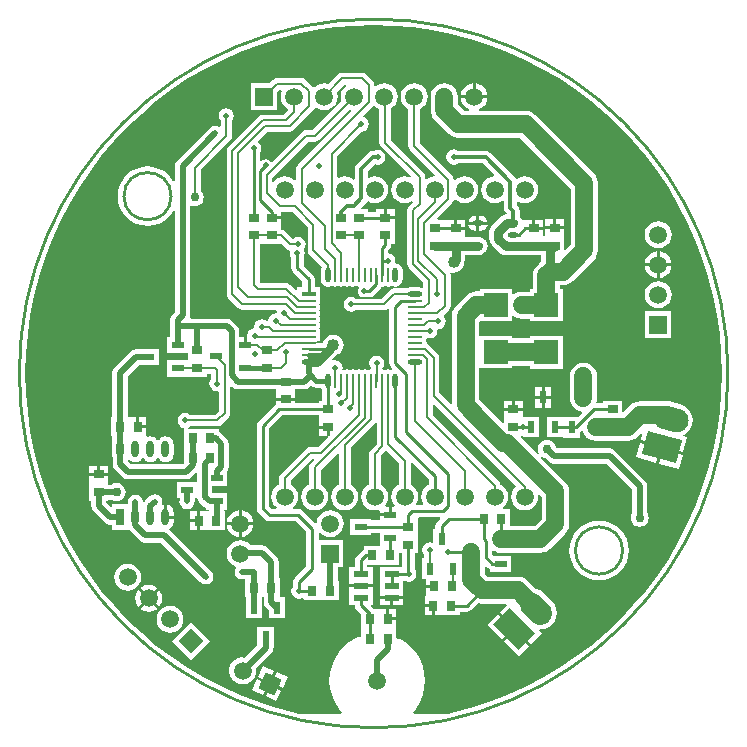
<source format=gtl>
%FSLAX25Y25*%
%MOIN*%
G70*
G01*
G75*
G04 Layer_Physical_Order=1*
G04 Layer_Color=255*
%ADD10R,0.02756X0.03347*%
%ADD11R,0.03347X0.02756*%
%ADD12O,0.04724X0.00984*%
%ADD13R,0.04724X0.01772*%
%ADD14O,0.04724X0.01772*%
%ADD15O,0.00984X0.04724*%
%ADD16O,0.01772X0.04724*%
%ADD17R,0.03937X0.02362*%
%ADD18R,0.04724X0.01969*%
%ADD19O,0.03543X0.01969*%
%ADD20O,0.03543X0.01969*%
%ADD21R,0.03543X0.01969*%
%ADD22R,0.02362X0.03937*%
%ADD23O,0.02500X0.05500*%
%ADD24R,0.02500X0.05500*%
%ADD25R,0.07874X0.07874*%
%ADD26C,0.01000*%
%ADD27C,0.00800*%
%ADD28C,0.02000*%
%ADD29C,0.06000*%
%ADD30C,0.01500*%
%ADD31C,0.03000*%
%ADD32C,0.01200*%
%ADD33C,0.05906*%
%ADD34P,0.08352X4X180.0*%
%ADD35R,0.05906X0.05906*%
G04:AMPARAMS|DCode=36|XSize=78.74mil|YSize=118.11mil|CornerRadius=0mil|HoleSize=0mil|Usage=FLASHONLY|Rotation=45.000|XOffset=0mil|YOffset=0mil|HoleType=Round|Shape=Rectangle|*
%AMROTATEDRECTD36*
4,1,4,0.01392,-0.06960,-0.06960,0.01392,-0.01392,0.06960,0.06960,-0.01392,0.01392,-0.06960,0.0*
%
%ADD36ROTATEDRECTD36*%

G04:AMPARAMS|DCode=37|XSize=78.74mil|YSize=118.11mil|CornerRadius=0mil|HoleSize=0mil|Usage=FLASHONLY|Rotation=45.000|XOffset=0mil|YOffset=0mil|HoleType=Round|Shape=Round|*
%AMOVALD37*
21,1,0.03937,0.07874,0.00000,0.00000,135.0*
1,1,0.07874,0.01392,-0.01392*
1,1,0.07874,-0.01392,0.01392*
%
%ADD37OVALD37*%

G04:AMPARAMS|DCode=38|XSize=78.74mil|YSize=118.11mil|CornerRadius=0mil|HoleSize=0mil|Usage=FLASHONLY|Rotation=75.000|XOffset=0mil|YOffset=0mil|HoleType=Round|Shape=Round|*
%AMOVALD38*
21,1,0.03937,0.07874,0.00000,0.00000,165.0*
1,1,0.07874,0.01901,-0.00510*
1,1,0.07874,-0.01901,0.00510*
%
%ADD38OVALD38*%

G04:AMPARAMS|DCode=39|XSize=78.74mil|YSize=118.11mil|CornerRadius=0mil|HoleSize=0mil|Usage=FLASHONLY|Rotation=75.000|XOffset=0mil|YOffset=0mil|HoleType=Round|Shape=Rectangle|*
%AMROTATEDRECTD39*
4,1,4,0.04685,-0.05331,-0.06723,-0.02274,-0.04685,0.05331,0.06723,0.02274,0.04685,-0.05331,0.0*
%
%ADD39ROTATEDRECTD39*%

%ADD40P,0.08352X4X200.0*%
%ADD41R,0.05906X0.05906*%
%ADD42C,0.02000*%
%ADD43C,0.03000*%
%ADD44C,0.04000*%
%ADD45C,0.05000*%
G36*
X6510Y115923D02*
X13000Y115376D01*
X19448Y114465D01*
X25836Y113195D01*
X32142Y111568D01*
X38347Y109590D01*
X44432Y107268D01*
X50376Y104608D01*
X56163Y101619D01*
X61772Y98310D01*
X67187Y94691D01*
X72391Y90775D01*
X77367Y86573D01*
X82099Y82099D01*
X86573Y77367D01*
X90775Y72391D01*
X94691Y67187D01*
X98310Y61772D01*
X101619Y56163D01*
X104608Y50376D01*
X107268Y44432D01*
X109590Y38347D01*
X111568Y32142D01*
X113195Y25836D01*
X114465Y19448D01*
X115376Y13000D01*
X115923Y6510D01*
X116106Y0D01*
X115923Y-6510D01*
X115376Y-13000D01*
X114465Y-19448D01*
X113195Y-25836D01*
X111568Y-32142D01*
X109590Y-38347D01*
X107268Y-44432D01*
X104608Y-50376D01*
X101619Y-56163D01*
X98310Y-61772D01*
X94691Y-67187D01*
X90775Y-72391D01*
X86573Y-77367D01*
X82099Y-82099D01*
X77367Y-86573D01*
X72391Y-90775D01*
X67187Y-94691D01*
X61772Y-98310D01*
X56163Y-101619D01*
X50376Y-104608D01*
X44432Y-107268D01*
X38347Y-109590D01*
X32142Y-111568D01*
X25836Y-113195D01*
X24805Y-113400D01*
X13314D01*
X13105Y-112946D01*
X14104Y-111776D01*
X15412Y-109641D01*
X16370Y-107329D01*
X16954Y-104895D01*
X17151Y-102400D01*
X16954Y-99905D01*
X16370Y-97471D01*
X15412Y-95159D01*
X14104Y-93024D01*
X12479Y-91121D01*
X10576Y-89496D01*
X9416Y-88785D01*
X9417Y-88784D01*
X9163Y-88614D01*
X8382Y-88459D01*
X7970Y-88541D01*
X7583Y-88223D01*
Y-85327D01*
D01*
Y-85327D01*
X7583D01*
D01*
D01*
X7583Y-85327D01*
Y-84973D01*
X7583D01*
Y-82300D01*
X4704D01*
Y-81801D01*
X4205D01*
Y-78627D01*
X2032D01*
X2032Y-78627D01*
Y-78627D01*
X1828Y-78627D01*
X1753D01*
X1678D01*
X1474Y-78627D01*
X1474Y-78627D01*
Y-78627D01*
X-8D01*
X-951Y-77683D01*
X-760Y-77221D01*
X-356D01*
Y-73284D01*
Y-71300D01*
X-8080D01*
Y-73284D01*
Y-77221D01*
X-6336D01*
X-6257Y-77300D01*
X-6257Y-77300D01*
D01*
X-6102Y-78080D01*
X-5660Y-78742D01*
X-4078Y-80324D01*
Y-84973D01*
X-4078Y-84973D01*
X-4078Y-85327D01*
X-4078D01*
Y-87396D01*
X-4465Y-87713D01*
X-4538Y-87699D01*
X-5318Y-87854D01*
X-5374Y-87892D01*
X-5374Y-87891D01*
X-5374Y-87892D01*
X-5384Y-87915D01*
X-6041Y-88188D01*
X-8175Y-89496D01*
X-10079Y-91121D01*
X-11704Y-93024D01*
X-13012Y-95159D01*
X-13970Y-97471D01*
X-14554Y-99905D01*
X-14751Y-102400D01*
X-14554Y-104895D01*
X-13970Y-107329D01*
X-13012Y-109641D01*
X-11704Y-111776D01*
X-10705Y-112946D01*
X-10914Y-113400D01*
X-24805D01*
X-25836Y-113195D01*
X-32142Y-111568D01*
X-38347Y-109590D01*
X-44432Y-107268D01*
X-50376Y-104608D01*
X-56163Y-101619D01*
X-61772Y-98310D01*
X-67187Y-94691D01*
X-72391Y-90775D01*
X-77367Y-86573D01*
X-82099Y-82099D01*
X-86573Y-77367D01*
X-90775Y-72391D01*
X-94691Y-67187D01*
X-98310Y-61772D01*
X-101619Y-56163D01*
X-104608Y-50376D01*
X-107268Y-44432D01*
X-109590Y-38347D01*
X-111568Y-32142D01*
X-113195Y-25836D01*
X-114465Y-19448D01*
X-115376Y-13000D01*
X-115923Y-6510D01*
X-116106Y0D01*
X-115923Y6510D01*
X-115376Y13000D01*
X-114465Y19448D01*
X-113195Y25836D01*
X-111568Y32142D01*
X-109590Y38347D01*
X-107268Y44432D01*
X-104608Y50376D01*
X-101619Y56163D01*
X-98310Y61772D01*
X-94691Y67187D01*
X-90775Y72391D01*
X-86573Y77367D01*
X-82099Y82099D01*
X-77367Y86573D01*
X-72391Y90775D01*
X-67187Y94691D01*
X-61772Y98310D01*
X-56163Y101619D01*
X-50376Y104608D01*
X-44432Y107268D01*
X-38347Y109590D01*
X-32142Y111568D01*
X-25836Y113195D01*
X-19448Y114465D01*
X-13000Y115376D01*
X-6510Y115923D01*
X0Y116106D01*
X6510Y115923D01*
D02*
G37*
%LPC*%
G36*
X75126Y-49133D02*
X73190Y-49324D01*
X71329Y-49889D01*
X69614Y-50805D01*
X68110Y-52039D01*
X66876Y-53543D01*
X65959Y-55258D01*
X65395Y-57120D01*
X65204Y-59055D01*
X65395Y-60991D01*
X65959Y-62852D01*
X66876Y-64567D01*
X68110Y-66071D01*
X69614Y-67305D01*
X71329Y-68222D01*
X73190Y-68786D01*
X75126Y-68977D01*
X77062Y-68786D01*
X78923Y-68222D01*
X80638Y-67305D01*
X82142Y-66071D01*
X83376Y-64567D01*
X84293Y-62852D01*
X84857Y-60991D01*
X85048Y-59055D01*
X84857Y-57120D01*
X84293Y-55258D01*
X83376Y-53543D01*
X82142Y-52039D01*
X80638Y-50805D01*
X78923Y-49889D01*
X77062Y-49324D01*
X75126Y-49133D01*
D02*
G37*
G36*
X-45000Y-50600D02*
X-48925D01*
X-48838Y-51262D01*
X-48390Y-52346D01*
X-47676Y-53276D01*
X-46746Y-53989D01*
X-45662Y-54438D01*
X-45000Y-54525D01*
Y-50600D01*
D02*
G37*
G36*
X-40075D02*
X-44000D01*
Y-54525D01*
X-43338Y-54438D01*
X-42254Y-53989D01*
X-41324Y-53276D01*
X-40611Y-52346D01*
X-40162Y-51262D01*
X-40075Y-50600D01*
D02*
G37*
G36*
X-74942Y-70467D02*
X-76104Y-70620D01*
X-77188Y-71068D01*
X-77718Y-71475D01*
X-74942Y-74251D01*
X-72167Y-71475D01*
X-72697Y-71068D01*
X-73780Y-70620D01*
X-74942Y-70467D01*
D02*
G37*
G36*
X9880Y-75237D02*
X6518D01*
Y-77221D01*
X9880D01*
Y-75237D01*
D02*
G37*
G36*
X-88427Y-34200D02*
X-94773D01*
Y-36374D01*
X-94773Y-36374D01*
X-94773D01*
X-94773Y-36578D01*
Y-36728D01*
D01*
D01*
D01*
X-94773D01*
D01*
Y-42483D01*
X-94149D01*
Y-44054D01*
X-94149Y-44054D01*
X-94149D01*
X-93955Y-45029D01*
X-93402Y-45856D01*
X-89556Y-49702D01*
X-88729Y-50255D01*
X-87754Y-50449D01*
X-87150D01*
Y-52150D01*
X-81650D01*
X-81650Y-52150D01*
Y-52150D01*
X-81418Y-52080D01*
X-81258Y-52319D01*
X-81202Y-52402D01*
X-77902Y-55702D01*
X-77075Y-56255D01*
X-76100Y-56449D01*
X-70956D01*
X-57802Y-69602D01*
X-56976Y-70155D01*
X-56000Y-70349D01*
X-55024Y-70155D01*
X-54198Y-69602D01*
X-53645Y-68775D01*
X-53451Y-67800D01*
X-53645Y-66825D01*
X-54198Y-65998D01*
X-68098Y-52098D01*
X-68071Y-51826D01*
X-68013Y-51802D01*
X-67439Y-51361D01*
X-66998Y-50787D01*
X-66721Y-50118D01*
X-66626Y-49400D01*
Y-48400D01*
X-69401D01*
Y-47901D01*
X-69900D01*
Y-43692D01*
X-70118Y-43721D01*
X-70195Y-43753D01*
X-70582Y-43436D01*
X-70456Y-42805D01*
X-70456Y-42805D01*
X-70456Y-42805D01*
Y-42805D01*
X-70456D01*
X-70456Y-42805D01*
X-70651Y-41830D01*
X-71203Y-41003D01*
X-72030Y-40451D01*
X-73005Y-40257D01*
X-73981Y-40451D01*
X-74808Y-41003D01*
X-76202Y-42398D01*
X-76432Y-42741D01*
X-76922Y-42643D01*
X-77045Y-42024D01*
X-77598Y-41198D01*
X-78425Y-40645D01*
X-79400Y-40451D01*
X-80375Y-40645D01*
X-81202Y-41198D01*
X-81755Y-42024D01*
X-81949Y-43000D01*
Y-43650D01*
X-87150D01*
Y-44246D01*
X-87612Y-44437D01*
X-89051Y-42998D01*
Y-42483D01*
X-88427D01*
Y-42154D01*
X-87312D01*
X-87218Y-42226D01*
X-86489Y-42528D01*
X-85706Y-42631D01*
X-84922Y-42528D01*
X-84193Y-42226D01*
X-83566Y-41745D01*
X-83085Y-41118D01*
X-82783Y-40389D01*
X-82680Y-39606D01*
X-82783Y-38822D01*
X-83085Y-38093D01*
X-83566Y-37466D01*
X-84193Y-36985D01*
X-84922Y-36683D01*
X-85706Y-36580D01*
X-86489Y-36683D01*
X-87218Y-36985D01*
X-87312Y-37056D01*
X-88427D01*
Y-36931D01*
Y-36931D01*
D01*
D01*
X-88427Y-36728D01*
Y-36712D01*
Y-36653D01*
X-88427Y-36578D01*
X-88427Y-36374D01*
X-88427Y-36374D01*
X-88427D01*
Y-34200D01*
D02*
G37*
G36*
X-82013Y-63396D02*
X-83176Y-63549D01*
X-84259Y-63997D01*
X-85189Y-64711D01*
X-85903Y-65641D01*
X-86351Y-66724D01*
X-86504Y-67887D01*
X-86351Y-69049D01*
X-85903Y-70132D01*
X-85189Y-71062D01*
X-84259Y-71776D01*
X-83176Y-72225D01*
X-82013Y-72378D01*
X-80851Y-72225D01*
X-79768Y-71776D01*
X-78838Y-71062D01*
X-78124Y-70132D01*
X-77675Y-69049D01*
X-77522Y-67887D01*
X-77675Y-66724D01*
X-78124Y-65641D01*
X-78838Y-64711D01*
X-79768Y-63997D01*
X-80851Y-63549D01*
X-82013Y-63396D01*
D02*
G37*
G36*
X-58806Y-49700D02*
X-61184D01*
Y-52373D01*
X-58806D01*
Y-49700D01*
D02*
G37*
G36*
X-88427Y-30822D02*
X-91100D01*
Y-33200D01*
X-88427D01*
Y-30822D01*
D02*
G37*
G36*
X-92100D02*
X-94773D01*
Y-33200D01*
X-92100D01*
Y-30822D01*
D02*
G37*
G36*
X88717Y-23266D02*
X87440Y-28035D01*
X94110Y-29822D01*
X95388Y-25054D01*
X88717Y-23266D01*
D02*
G37*
G36*
X96354Y-25312D02*
X95076Y-30081D01*
X101746Y-31868D01*
X103024Y-27100D01*
X96354Y-25312D01*
D02*
G37*
G36*
X-44000Y-45675D02*
Y-49600D01*
X-40075D01*
X-40162Y-48938D01*
X-40611Y-47854D01*
X-41324Y-46924D01*
X-42254Y-46211D01*
X-43338Y-45762D01*
X-44000Y-45675D01*
D02*
G37*
G36*
X-45000D02*
X-45662Y-45762D01*
X-46746Y-46211D01*
X-47676Y-46924D01*
X-48390Y-47854D01*
X-48838Y-48938D01*
X-48925Y-49600D01*
X-45000D01*
Y-45675D01*
D02*
G37*
G36*
X-68900Y-43692D02*
Y-47400D01*
X-66626D01*
Y-46400D01*
X-66721Y-45682D01*
X-66998Y-45013D01*
X-67439Y-44439D01*
X-68013Y-43998D01*
X-68682Y-43721D01*
X-68900Y-43692D01*
D02*
G37*
G36*
X-58806Y-46027D02*
X-61184D01*
Y-48700D01*
X-58806D01*
Y-46027D01*
D02*
G37*
G36*
X-33356Y-84474D02*
X-38718D01*
Y-90624D01*
X-42854Y-94760D01*
X-42883Y-94751D01*
X-44054Y-94700D01*
X-45199Y-94954D01*
X-46239Y-95495D01*
X-47104Y-96287D01*
X-47733Y-97276D01*
X-48086Y-98394D01*
X-48137Y-99565D01*
X-47883Y-100710D01*
X-47342Y-101750D01*
X-46550Y-102614D01*
X-45561Y-103244D01*
X-44443Y-103597D01*
X-43272Y-103648D01*
X-42127Y-103394D01*
X-41087Y-102853D01*
X-40223Y-102061D01*
X-39593Y-101072D01*
X-39240Y-99954D01*
X-39189Y-98782D01*
X-39276Y-98391D01*
X-34235Y-93350D01*
X-33682Y-92523D01*
X-33488Y-91548D01*
X-33488Y-91548D01*
X-33488Y-91548D01*
Y-91548D01*
Y-91411D01*
X-33356D01*
Y-84474D01*
D02*
G37*
G36*
X-60800Y-82803D02*
X-67097Y-89100D01*
X-60800Y-95397D01*
X-54503Y-89100D01*
X-60800Y-82803D01*
D02*
G37*
G36*
X41310Y-80317D02*
X37819Y-83808D01*
X42702Y-88691D01*
X46193Y-85200D01*
X41310Y-80317D01*
D02*
G37*
G36*
X46900Y-85907D02*
X43409Y-89398D01*
X48292Y-94281D01*
X51783Y-90790D01*
X46900Y-85907D01*
D02*
G37*
G36*
X-38847Y-101971D02*
X-40517Y-105554D01*
X-36935Y-107224D01*
X-35265Y-103642D01*
X-38847Y-101971D01*
D02*
G37*
G36*
X-34358Y-104065D02*
X-36029Y-107647D01*
X-32446Y-109317D01*
X-30776Y-105735D01*
X-34358Y-104065D01*
D02*
G37*
G36*
X-36754Y-97483D02*
X-38424Y-101065D01*
X-34842Y-102735D01*
X-33171Y-99153D01*
X-36754Y-97483D01*
D02*
G37*
G36*
X-32265Y-99576D02*
X-33935Y-103158D01*
X-30353Y-104829D01*
X-28683Y-101246D01*
X-32265Y-99576D01*
D02*
G37*
G36*
X-78425Y-72182D02*
X-78832Y-72712D01*
X-79280Y-73795D01*
X-79433Y-74958D01*
X-79280Y-76120D01*
X-78832Y-77203D01*
X-78425Y-77733D01*
X-75649Y-74958D01*
X-78425Y-72182D01*
D02*
G37*
G36*
X-74942Y-75665D02*
X-77718Y-78441D01*
X-77188Y-78847D01*
X-76104Y-79296D01*
X-74942Y-79449D01*
X-73780Y-79296D01*
X-72697Y-78847D01*
X-72167Y-78441D01*
X-74942Y-75665D01*
D02*
G37*
G36*
X5518Y-75237D02*
X2156D01*
Y-77221D01*
X5518D01*
Y-75237D01*
D02*
G37*
G36*
X-71459Y-72182D02*
X-74235Y-74958D01*
X-71459Y-77733D01*
X-71053Y-77203D01*
X-70604Y-76120D01*
X-70451Y-74958D01*
X-70604Y-73795D01*
X-71053Y-72712D01*
X-71459Y-72182D01*
D02*
G37*
G36*
X-44500Y-55609D02*
X-45662Y-55762D01*
X-46746Y-56211D01*
X-47676Y-56924D01*
X-48390Y-57854D01*
X-48838Y-58938D01*
X-48991Y-60100D01*
X-48838Y-61262D01*
X-48390Y-62346D01*
X-47676Y-63276D01*
X-46746Y-63990D01*
X-46053Y-64276D01*
X-45908Y-64755D01*
X-46010Y-64907D01*
X-46155Y-65124D01*
X-46349Y-66100D01*
X-46155Y-67076D01*
X-45602Y-67902D01*
X-44776Y-68455D01*
X-43800Y-68649D01*
X-42884D01*
Y-74673D01*
X-42655D01*
Y-81568D01*
X-37293D01*
Y-74673D01*
X-37128Y-74673D01*
D01*
D01*
X-36978D01*
D01*
X-36649Y-74673D01*
Y-76100D01*
X-36455Y-77075D01*
X-35902Y-77902D01*
X-34781Y-79024D01*
Y-81568D01*
X-29419D01*
Y-74632D01*
X-31222D01*
Y-68327D01*
X-31551D01*
Y-62900D01*
X-31745Y-61924D01*
X-32298Y-61098D01*
X-35298Y-58098D01*
X-36125Y-57545D01*
X-37100Y-57351D01*
X-40997D01*
X-41324Y-56924D01*
X-42254Y-56211D01*
X-43338Y-55762D01*
X-44500Y-55609D01*
D02*
G37*
G36*
X-67871Y-77538D02*
X-69033Y-77691D01*
X-70117Y-78140D01*
X-71047Y-78853D01*
X-71760Y-79783D01*
X-72209Y-80866D01*
X-72362Y-82029D01*
X-72209Y-83191D01*
X-71760Y-84275D01*
X-71047Y-85205D01*
X-70117Y-85918D01*
X-69033Y-86367D01*
X-67871Y-86520D01*
X-66709Y-86367D01*
X-65626Y-85918D01*
X-64695Y-85205D01*
X-63982Y-84275D01*
X-63533Y-83191D01*
X-63380Y-82029D01*
X-63533Y-80866D01*
X-63982Y-79783D01*
X-64695Y-78853D01*
X-65626Y-78140D01*
X-66709Y-77691D01*
X-67871Y-77538D01*
D02*
G37*
G36*
X19395Y-77900D02*
X17017D01*
Y-80573D01*
X19395D01*
Y-77900D01*
D02*
G37*
G36*
X7583Y-78627D02*
X5206D01*
Y-81300D01*
X7583D01*
Y-78627D01*
D02*
G37*
G36*
X34289Y49480D02*
X31568D01*
X31661Y49011D01*
X32210Y48189D01*
X33032Y47640D01*
X34002Y47447D01*
X34289D01*
Y49480D01*
D02*
G37*
G36*
X38010D02*
X35289D01*
Y47447D01*
X35576D01*
X36546Y47640D01*
X37367Y48189D01*
X37916Y49011D01*
X38010Y49480D01*
D02*
G37*
G36*
X56573Y51278D02*
X53900D01*
Y48900D01*
X56573D01*
Y51278D01*
D02*
G37*
G36*
X94800Y50691D02*
X93638Y50538D01*
X92554Y50090D01*
X91624Y49376D01*
X90911Y48446D01*
X90462Y47362D01*
X90309Y46200D01*
X90462Y45038D01*
X90911Y43954D01*
X91624Y43024D01*
X92554Y42311D01*
X93638Y41862D01*
X94800Y41709D01*
X95962Y41862D01*
X97046Y42311D01*
X97976Y43024D01*
X98690Y43954D01*
X99138Y45038D01*
X99291Y46200D01*
X99138Y47362D01*
X98690Y48446D01*
X97976Y49376D01*
X97046Y50090D01*
X95962Y50538D01*
X94800Y50691D01*
D02*
G37*
G36*
X99225Y35700D02*
X95300D01*
Y31775D01*
X95962Y31862D01*
X97046Y32311D01*
X97976Y33024D01*
X98690Y33954D01*
X99138Y35038D01*
X99225Y35700D01*
D02*
G37*
G36*
X94300Y40625D02*
X93638Y40538D01*
X92554Y40089D01*
X91624Y39376D01*
X90911Y38446D01*
X90462Y37362D01*
X90375Y36700D01*
X94300D01*
Y40625D01*
D02*
G37*
G36*
X95300D02*
Y36700D01*
X99225D01*
X99138Y37362D01*
X98690Y38446D01*
X97976Y39376D01*
X97046Y40089D01*
X95962Y40538D01*
X95300Y40625D01*
D02*
G37*
G36*
X30473Y51284D02*
X27800D01*
Y48906D01*
X30473D01*
Y51284D01*
D02*
G37*
G36*
X33000Y96625D02*
X32338Y96538D01*
X31254Y96090D01*
X30324Y95376D01*
X29610Y94446D01*
X29162Y93362D01*
X29075Y92700D01*
X33000D01*
Y96625D01*
D02*
G37*
G36*
X34000D02*
Y92700D01*
X37925D01*
X37838Y93362D01*
X37389Y94446D01*
X36676Y95376D01*
X35746Y96090D01*
X34662Y96538D01*
X34000Y96625D01*
D02*
G37*
G36*
X-3900Y100237D02*
X-10400D01*
X-11141Y100090D01*
X-11770Y99670D01*
X-15029Y96410D01*
X-15338Y96538D01*
X-16500Y96691D01*
X-17662Y96538D01*
X-18746Y96090D01*
X-19676Y95376D01*
X-19691Y95355D01*
X-20130Y95370D01*
X-22683Y97923D01*
X-23311Y98343D01*
X-24053Y98490D01*
X-32127D01*
X-32868Y98343D01*
X-33497Y97923D01*
X-33522Y97897D01*
X-33584Y97856D01*
X-34787Y96653D01*
X-40953D01*
Y87747D01*
X-32047D01*
Y93913D01*
X-31345Y94616D01*
X-30769D01*
X-30491Y94200D01*
X-30838Y93362D01*
X-30991Y92200D01*
X-30838Y91038D01*
X-30389Y89954D01*
X-29676Y89024D01*
X-28746Y88310D01*
X-28584Y88244D01*
X-28486Y87753D01*
X-30002Y86237D01*
X-36946D01*
X-37687Y86090D01*
X-38315Y85670D01*
X-48470Y75515D01*
X-48890Y74887D01*
X-49037Y74146D01*
Y26400D01*
X-49037Y26400D01*
X-49037D01*
X-48890Y25659D01*
X-48470Y25030D01*
X-45292Y21852D01*
X-44663Y21432D01*
X-43922Y21284D01*
X-32488D01*
X-32170Y20898D01*
X-32292Y20288D01*
X-32500Y20149D01*
X-32500Y20149D01*
Y20149D01*
X-33476Y19955D01*
X-34302Y19402D01*
X-34855Y18575D01*
X-35049Y17600D01*
X-35100Y17537D01*
X-35699D01*
X-36325Y17955D01*
X-37300Y18149D01*
X-38276Y17955D01*
X-39102Y17402D01*
X-39655Y16576D01*
X-39849Y15600D01*
X-39734Y15022D01*
X-40576Y14855D01*
X-41402Y14302D01*
X-41955Y13476D01*
X-42149Y12500D01*
X-42321Y12290D01*
X-42232D01*
Y9608D01*
X-43231D01*
Y12290D01*
X-44751D01*
Y14000D01*
X-44945Y14976D01*
X-45498Y15802D01*
X-47198Y17502D01*
X-48024Y18055D01*
X-49000Y18249D01*
X-60992D01*
X-61309Y18635D01*
X-61151Y19432D01*
Y55689D01*
X-60735Y55967D01*
X-60423Y55838D01*
X-59640Y55734D01*
X-58857Y55838D01*
X-58127Y56140D01*
X-57500Y56621D01*
X-57019Y57247D01*
X-56717Y57977D01*
X-56614Y58760D01*
X-56717Y59543D01*
X-57019Y60273D01*
X-57500Y60900D01*
X-57702Y61055D01*
Y66060D01*
X-57702Y66060D01*
X-57702Y66060D01*
Y66060D01*
Y67758D01*
X-47730Y77730D01*
X-47310Y78359D01*
X-47163Y79100D01*
Y84299D01*
X-46745Y84925D01*
X-46551Y85900D01*
X-46745Y86875D01*
X-47298Y87702D01*
X-48125Y88255D01*
X-49100Y88449D01*
X-50076Y88255D01*
X-50902Y87702D01*
X-51455Y86875D01*
X-51649Y85900D01*
X-51455Y84925D01*
X-51037Y84299D01*
Y82359D01*
X-51478Y82124D01*
X-51824Y82355D01*
X-52800Y82549D01*
X-53776Y82355D01*
X-54602Y81802D01*
X-65502Y70902D01*
X-66055Y70076D01*
X-66249Y69100D01*
Y63959D01*
X-66734Y63837D01*
X-67124Y64567D01*
X-68358Y66071D01*
X-69862Y67305D01*
X-71577Y68222D01*
X-73438Y68786D01*
X-75374Y68977D01*
X-77310Y68786D01*
X-79171Y68222D01*
X-80886Y67305D01*
X-82390Y66071D01*
X-83624Y64567D01*
X-84541Y62852D01*
X-85105Y60991D01*
X-85296Y59055D01*
X-85105Y57120D01*
X-84541Y55258D01*
X-83624Y53543D01*
X-82390Y52039D01*
X-80886Y50805D01*
X-79171Y49889D01*
X-77310Y49324D01*
X-75374Y49133D01*
X-73438Y49324D01*
X-71577Y49889D01*
X-69862Y50805D01*
X-68358Y52039D01*
X-67124Y53543D01*
X-66734Y54273D01*
X-66249Y54152D01*
Y20487D01*
X-67134Y19602D01*
X-67686Y18776D01*
X-67880Y17800D01*
Y15700D01*
Y12190D01*
X-68800D01*
Y6828D01*
X-61905D01*
Y4757D01*
X-61905Y4757D01*
X-61905Y4607D01*
D01*
X-61905Y4316D01*
X-68800D01*
Y-1046D01*
X-61905D01*
Y-1149D01*
X-55558D01*
Y-208D01*
X-54137D01*
Y-1799D01*
X-54555Y-2424D01*
X-54749Y-3400D01*
X-54555Y-4375D01*
X-54002Y-5202D01*
X-53175Y-5755D01*
X-52200Y-5949D01*
X-52024Y-5914D01*
X-51637Y-6231D01*
Y-12498D01*
X-52902Y-13763D01*
X-61199D01*
X-61825Y-13345D01*
X-62800Y-13151D01*
X-63775Y-13345D01*
X-64602Y-13898D01*
X-65155Y-14725D01*
X-65349Y-15700D01*
X-65155Y-16676D01*
X-64602Y-17502D01*
X-63775Y-18055D01*
X-63178Y-18174D01*
Y-18527D01*
Y-18527D01*
X-63178Y-20149D01*
X-63178Y-20149D01*
X-63178D01*
Y-24873D01*
X-63178Y-24873D01*
X-63178Y-25127D01*
X-63178D01*
Y-29773D01*
X-63656Y-30251D01*
X-80844D01*
X-81851Y-29244D01*
Y-28863D01*
X-81378Y-28702D01*
X-81361Y-28723D01*
X-80787Y-29164D01*
X-80118Y-29441D01*
X-79400Y-29536D01*
X-78682Y-29441D01*
X-78013Y-29164D01*
X-77439Y-28723D01*
X-77150Y-28347D01*
X-76650D01*
X-76361Y-28723D01*
X-75787Y-29164D01*
X-75118Y-29441D01*
X-74400Y-29536D01*
X-73682Y-29441D01*
X-73013Y-29164D01*
X-72439Y-28723D01*
X-72150Y-28347D01*
X-71650D01*
X-71361Y-28723D01*
X-70787Y-29164D01*
X-70118Y-29441D01*
X-69400Y-29536D01*
X-68682Y-29441D01*
X-68013Y-29164D01*
X-67439Y-28723D01*
X-66998Y-28149D01*
X-66721Y-27480D01*
X-66626Y-26762D01*
Y-23762D01*
X-66721Y-23044D01*
X-66998Y-22375D01*
X-67439Y-21801D01*
X-68013Y-21360D01*
X-68682Y-21083D01*
X-69400Y-20989D01*
X-70118Y-21083D01*
X-70787Y-21360D01*
X-71361Y-21801D01*
X-71650Y-22177D01*
X-72150D01*
X-72439Y-21801D01*
X-73013Y-21360D01*
X-73682Y-21083D01*
X-74400Y-20989D01*
X-75118Y-21083D01*
X-75301Y-21159D01*
X-75717Y-20881D01*
Y-18300D01*
X-78596D01*
Y-17801D01*
X-79094D01*
Y-14627D01*
X-81269D01*
X-81269Y-14627D01*
Y-14627D01*
X-81472Y-14627D01*
X-81547D01*
X-81622D01*
X-81622D01*
X-81826D01*
X-81826D01*
D01*
X-81951Y-14627D01*
Y-856D01*
X-78205Y2891D01*
X-71706D01*
Y8253D01*
X-78642D01*
Y8121D01*
X-79128D01*
X-80104Y7927D01*
X-80931Y7374D01*
X-86302Y2002D01*
X-86855Y1175D01*
X-87049Y200D01*
Y-14627D01*
X-87378D01*
Y-20973D01*
X-87049D01*
Y-22971D01*
X-87079Y-23044D01*
X-87174Y-23762D01*
Y-26762D01*
X-87079Y-27480D01*
X-86949Y-27795D01*
Y-30300D01*
X-86755Y-31275D01*
X-86202Y-32102D01*
X-83702Y-34602D01*
X-82876Y-35155D01*
X-81900Y-35349D01*
X-62600D01*
X-61624Y-35155D01*
X-60798Y-34602D01*
X-59279Y-33084D01*
X-58817Y-33276D01*
Y-36082D01*
X-65611D01*
Y-41444D01*
X-64692D01*
Y-42411D01*
X-64749Y-42700D01*
X-64555Y-43676D01*
X-64002Y-44502D01*
X-63175Y-45055D01*
X-62200Y-45249D01*
X-61225Y-45055D01*
X-60398Y-44502D01*
X-60375Y-44468D01*
X-60340Y-44445D01*
X-59788Y-43618D01*
X-59593Y-42643D01*
Y-41444D01*
X-58755D01*
X-58623Y-42107D01*
X-58071Y-42934D01*
X-56502Y-44502D01*
X-55769Y-44993D01*
Y-45381D01*
X-54849D01*
Y-45673D01*
X-55203Y-46027D01*
X-55278D01*
X-55353D01*
X-55428D01*
X-55632Y-46027D01*
X-55632Y-46027D01*
Y-46027D01*
X-57806D01*
Y-49201D01*
Y-52373D01*
X-55428D01*
Y-52373D01*
X-55278D01*
X-55074Y-52373D01*
X-55074Y-52373D01*
Y-52373D01*
X-49522D01*
Y-46027D01*
X-49751D01*
Y-45381D01*
X-48831D01*
Y-40019D01*
X-53720D01*
Y-37507D01*
X-48831D01*
Y-32604D01*
X-48545Y-32175D01*
X-48351Y-31200D01*
Y-23400D01*
X-48545Y-22424D01*
X-49098Y-21598D01*
X-50798Y-19898D01*
X-51516Y-19417D01*
Y-18527D01*
X-57272D01*
D01*
D01*
X-57272Y-18527D01*
X-57422D01*
Y-18527D01*
X-61669D01*
X-61815Y-18048D01*
X-61199Y-17637D01*
X-52100D01*
X-51359Y-17490D01*
X-50730Y-17070D01*
X-48330Y-14670D01*
X-47910Y-14041D01*
X-47763Y-13300D01*
Y-4495D01*
X-47301Y-4304D01*
X-47002Y-4602D01*
X-46176Y-5155D01*
X-45200Y-5349D01*
X-32473D01*
X-32473Y-5678D01*
X-32473D01*
X-32473Y-5828D01*
X-32473D01*
Y-8206D01*
X-26127D01*
Y-5828D01*
D01*
Y-5828D01*
X-26127Y-5828D01*
Y-5678D01*
D01*
X-26127Y-5349D01*
X-23300D01*
X-22324Y-5155D01*
X-21498Y-4602D01*
X-20920Y-4025D01*
X-20747Y-4197D01*
X-20003Y-4694D01*
X-19125Y-4869D01*
X-17474D01*
X-17451Y-4982D01*
X-17243Y-5294D01*
Y-9122D01*
X-18373D01*
Y-9961D01*
X-26127D01*
Y-9206D01*
X-32473D01*
Y-10312D01*
X-32842Y-10558D01*
X-38292Y-16008D01*
X-38734Y-16670D01*
X-38889Y-17450D01*
Y-45050D01*
X-38734Y-45830D01*
X-38292Y-46492D01*
X-36142Y-48642D01*
X-36142D01*
X-36142Y-48642D01*
X-36142Y-48642D01*
Y-48642D01*
X-35480Y-49084D01*
X-34700Y-49239D01*
X-25950D01*
X-22445Y-52745D01*
Y-64361D01*
X-26342Y-68258D01*
X-26784Y-68920D01*
X-26939Y-69700D01*
Y-71152D01*
X-27255Y-71624D01*
X-27449Y-72600D01*
X-27255Y-73576D01*
X-26702Y-74402D01*
X-25875Y-74955D01*
X-24900Y-75149D01*
X-23924Y-74955D01*
X-23724Y-74821D01*
X-23283Y-75057D01*
Y-75673D01*
X-17528D01*
Y-75673D01*
X-17528D01*
X-17528Y-75673D01*
X-17378D01*
Y-75673D01*
X-11622D01*
Y-69327D01*
X-11951D01*
Y-64553D01*
X-10047D01*
Y-55647D01*
X-18366D01*
Y-53154D01*
X-17893Y-52993D01*
X-17676Y-53276D01*
X-16746Y-53989D01*
X-15662Y-54438D01*
X-14500Y-54591D01*
X-13338Y-54438D01*
X-12254Y-53989D01*
X-11324Y-53276D01*
X-10610Y-52346D01*
X-10162Y-51262D01*
X-10009Y-50100D01*
X-10162Y-48938D01*
X-10610Y-47854D01*
X-11324Y-46924D01*
X-12254Y-46211D01*
X-13338Y-45762D01*
X-14500Y-45609D01*
X-15662Y-45762D01*
X-16746Y-46211D01*
X-17676Y-46924D01*
X-18390Y-47854D01*
X-18838Y-48938D01*
X-18956Y-49832D01*
X-19429Y-49992D01*
X-23664Y-45758D01*
X-24325Y-45316D01*
X-25106Y-45161D01*
X-26719D01*
X-26880Y-44687D01*
X-26424Y-44338D01*
X-25710Y-43408D01*
X-25262Y-42325D01*
X-25109Y-41162D01*
X-25262Y-40000D01*
X-25710Y-38917D01*
X-26424Y-37986D01*
X-27354Y-37273D01*
X-27663Y-37145D01*
Y-35802D01*
X-20409Y-28548D01*
X-19918Y-28646D01*
X-19834Y-28849D01*
X-20970Y-29985D01*
X-21390Y-30613D01*
X-21537Y-31354D01*
Y-37145D01*
X-21846Y-37273D01*
X-22776Y-37986D01*
X-23490Y-38917D01*
X-23938Y-40000D01*
X-24091Y-41162D01*
X-23938Y-42325D01*
X-23490Y-43408D01*
X-22776Y-44338D01*
X-21846Y-45052D01*
X-20762Y-45500D01*
X-19600Y-45653D01*
X-18438Y-45500D01*
X-17354Y-45052D01*
X-16424Y-44338D01*
X-15710Y-43408D01*
X-15262Y-42325D01*
X-15109Y-41162D01*
X-15262Y-40000D01*
X-15710Y-38917D01*
X-16424Y-37986D01*
X-17354Y-37273D01*
X-17663Y-37145D01*
Y-32157D01*
X-11999Y-26493D01*
X-11537Y-26685D01*
Y-37145D01*
X-11846Y-37273D01*
X-12776Y-37986D01*
X-13489Y-38917D01*
X-13938Y-40000D01*
X-14091Y-41162D01*
X-13938Y-42325D01*
X-13489Y-43408D01*
X-12776Y-44338D01*
X-11846Y-45052D01*
X-10762Y-45500D01*
X-9600Y-45653D01*
X-8438Y-45500D01*
X-7354Y-45052D01*
X-6424Y-44338D01*
X-5711Y-43408D01*
X-5262Y-42325D01*
X-5109Y-41162D01*
X-5262Y-40000D01*
X-5711Y-38917D01*
X-6424Y-37986D01*
X-7354Y-37273D01*
X-7663Y-37145D01*
Y-24702D01*
X339Y-16701D01*
X491Y-16474D01*
X969Y-16619D01*
Y-23491D01*
X-970Y-25430D01*
X-1390Y-26059D01*
X-1537Y-26800D01*
Y-37145D01*
X-1846Y-37273D01*
X-2776Y-37986D01*
X-3489Y-38917D01*
X-3938Y-40000D01*
X-4091Y-41162D01*
X-3938Y-42325D01*
X-3489Y-43408D01*
X-2776Y-44338D01*
X-1846Y-45052D01*
X-762Y-45500D01*
X400Y-45653D01*
X1562Y-45500D01*
X1616Y-45478D01*
X2032Y-45756D01*
Y-46626D01*
X5000D01*
Y-44445D01*
X4059D01*
X3838Y-43996D01*
X4290Y-43408D01*
X4738Y-42325D01*
X4891Y-41162D01*
X4738Y-40000D01*
X4290Y-38917D01*
X3576Y-37986D01*
X2646Y-37273D01*
X2337Y-37145D01*
Y-27602D01*
X4250Y-25690D01*
X8463Y-29902D01*
Y-37145D01*
X8154Y-37273D01*
X7224Y-37986D01*
X6510Y-38917D01*
X6062Y-40000D01*
X5909Y-41162D01*
X6062Y-42325D01*
X6510Y-43408D01*
X6962Y-43996D01*
X6741Y-44445D01*
X6000D01*
Y-47127D01*
X5501D01*
Y-47626D01*
X2032D01*
Y-49024D01*
X-874D01*
Y-48382D01*
X-7811D01*
Y-53744D01*
X-874D01*
Y-53102D01*
X2032D01*
Y-57527D01*
X-3278D01*
Y-58796D01*
X-3380Y-58816D01*
X-4042Y-59258D01*
X-5660Y-60876D01*
X-6102Y-61538D01*
X-6257Y-62318D01*
Y-64379D01*
X-8080D01*
Y-69347D01*
Y-70300D01*
X-356D01*
Y-69347D01*
Y-64379D01*
X-2179D01*
Y-63873D01*
X2478D01*
Y-63873D01*
X2478D01*
X2478Y-63873D01*
X2628D01*
Y-63873D01*
X8383D01*
Y-59978D01*
X8427D01*
Y-59978D01*
X9561D01*
Y-64379D01*
X2156D01*
Y-69347D01*
X2156D01*
Y-72253D01*
X2156D01*
Y-74237D01*
X9880D01*
Y-73284D01*
X9880D01*
Y-69221D01*
X10321Y-68985D01*
X10725Y-69255D01*
X11700Y-69449D01*
X12675Y-69255D01*
X13502Y-68702D01*
X14055Y-67875D01*
X14249Y-66900D01*
X14055Y-65925D01*
X13639Y-65302D01*
Y-59978D01*
X14773D01*
Y-54222D01*
D01*
Y-54222D01*
X14773Y-54222D01*
Y-54072D01*
X14773D01*
Y-48317D01*
D01*
Y-48317D01*
X15051Y-48039D01*
X22024D01*
X22215Y-48501D01*
X21195Y-49521D01*
X20753Y-50183D01*
X20598Y-50963D01*
Y-51789D01*
X19956D01*
Y-56207D01*
X19569Y-56524D01*
X18700Y-56351D01*
X17725Y-56545D01*
X16898Y-57098D01*
X16345Y-57924D01*
X16151Y-58900D01*
X16345Y-59876D01*
X16763Y-60501D01*
Y-61632D01*
X16019D01*
Y-68568D01*
X17322D01*
Y-70400D01*
X20201D01*
Y-71400D01*
X17322D01*
Y-73873D01*
X17322Y-73873D01*
X17322D01*
X17322Y-74073D01*
X17168Y-74227D01*
X17017D01*
Y-76900D01*
X19895D01*
Y-77399D01*
X20394D01*
Y-80573D01*
X22772D01*
Y-80573D01*
X22922D01*
X23126Y-80573D01*
X23126Y-80573D01*
Y-80573D01*
X28678D01*
Y-79439D01*
X31000D01*
X31780Y-79284D01*
X32442Y-78842D01*
X32442Y-78842D01*
X32442Y-78842D01*
X34695Y-76589D01*
X34925Y-76684D01*
X36100Y-76839D01*
X44135D01*
X44326Y-77301D01*
X42017Y-79610D01*
X47253Y-84846D01*
D01*
X47254Y-84846D01*
X47254Y-84847D01*
D01*
X52490Y-90083D01*
X55981Y-86592D01*
X55075Y-85686D01*
X55296Y-85238D01*
X55641Y-85283D01*
X57061Y-85096D01*
X58383Y-84548D01*
X59519Y-83677D01*
X60391Y-82541D01*
X60939Y-81219D01*
X61125Y-79799D01*
X60939Y-78380D01*
X60391Y-77057D01*
X59519Y-75921D01*
X56735Y-73138D01*
X55599Y-72266D01*
X54277Y-71718D01*
X53934Y-71673D01*
X51352Y-69091D01*
X50412Y-68369D01*
X49958Y-68181D01*
X49317Y-67916D01*
X48142Y-67761D01*
X37980D01*
X37096Y-66877D01*
Y-64433D01*
X37558Y-64242D01*
X38158Y-64842D01*
X38158Y-64842D01*
X38158Y-64842D01*
Y-64842D01*
X38158Y-64842D01*
Y-64842D01*
X38820Y-65284D01*
X38932Y-65306D01*
Y-66081D01*
X45869D01*
Y-60719D01*
X39803D01*
X39339Y-60255D01*
Y-59061D01*
X39788Y-58840D01*
X40331Y-59257D01*
X41425Y-59710D01*
X42600Y-59865D01*
X42797Y-59839D01*
X55600D01*
X56775Y-59684D01*
X57416Y-59419D01*
X57869Y-59231D01*
X58809Y-58509D01*
X58810Y-58509D01*
X58809Y-58509D01*
X63809Y-53509D01*
X63810Y-53509D01*
X63809Y-53509D01*
X64531Y-52569D01*
X64984Y-51475D01*
X64984Y-51475D01*
X64984Y-51475D01*
Y-51475D01*
X65139Y-50300D01*
X65139Y-50300D01*
Y-39300D01*
X64984Y-38125D01*
X64531Y-37031D01*
X63809Y-36091D01*
X63809Y-36090D01*
X55777Y-28058D01*
X56106Y-27682D01*
X56287Y-27821D01*
X57017Y-28123D01*
X57133Y-28138D01*
X58348Y-29352D01*
X59175Y-29905D01*
X60150Y-30099D01*
X77594D01*
X86151Y-38656D01*
Y-46494D01*
X86080Y-46587D01*
X85777Y-47317D01*
X85674Y-48100D01*
X85777Y-48883D01*
X86080Y-49613D01*
X86560Y-50240D01*
X87187Y-50721D01*
X87917Y-51023D01*
X88700Y-51126D01*
X89483Y-51023D01*
X90213Y-50721D01*
X90840Y-50240D01*
X91321Y-49613D01*
X91623Y-48883D01*
X91726Y-48100D01*
X91623Y-47317D01*
X91321Y-46587D01*
X91249Y-46494D01*
Y-37600D01*
X91055Y-36625D01*
X90502Y-35798D01*
X80452Y-25748D01*
X79625Y-25195D01*
X78650Y-25001D01*
X61206D01*
X60738Y-24533D01*
X60723Y-24417D01*
X60421Y-23687D01*
X59940Y-23060D01*
X59313Y-22580D01*
X58583Y-22277D01*
X57800Y-22174D01*
X57017Y-22277D01*
X56287Y-22580D01*
X55660Y-23060D01*
X55180Y-23687D01*
X54877Y-24417D01*
X54774Y-25200D01*
X54877Y-25983D01*
X55180Y-26713D01*
X55318Y-26894D01*
X54942Y-27224D01*
X48964Y-21245D01*
X49156Y-20784D01*
X49773D01*
D01*
X49773D01*
X49919Y-20929D01*
Y-21337D01*
X55281D01*
Y-14400D01*
X50127D01*
X50127Y-14400D01*
Y-14400D01*
X49919Y-14400D01*
X49773Y-14254D01*
Y-12500D01*
X43427D01*
Y-14674D01*
X43427Y-14674D01*
X43427D01*
X43427Y-14878D01*
Y-15028D01*
D01*
D01*
X43427D01*
Y-16368D01*
X42965Y-16559D01*
X38403Y-11997D01*
X35189Y-8783D01*
Y1657D01*
X35189D01*
X35363D01*
X35542Y1657D01*
X35542Y1657D01*
Y1657D01*
X46237D01*
Y2556D01*
X52163D01*
Y1563D01*
X63037D01*
Y12437D01*
X52163D01*
Y11633D01*
X46237D01*
Y12531D01*
X35542D01*
X35542Y12531D01*
Y12531D01*
X35363Y12531D01*
X35189Y12706D01*
Y16985D01*
X35363Y17405D01*
Y17405D01*
D01*
X46237D01*
Y18978D01*
X46685Y19199D01*
X47183Y18817D01*
X48277Y18364D01*
X49452Y18209D01*
X52163D01*
Y17311D01*
X63037D01*
Y28185D01*
X62139D01*
Y29361D01*
X63100D01*
X64275Y29516D01*
X64916Y29781D01*
X65369Y29969D01*
X66309Y30691D01*
X73409Y37791D01*
X73409Y37791D01*
X73963Y38512D01*
X74131Y38731D01*
X74584Y39825D01*
X74739Y41000D01*
X74739Y41000D01*
Y63474D01*
X74584Y64649D01*
X74131Y65743D01*
X73409Y66684D01*
X53836Y86257D01*
X52896Y86979D01*
X52442Y87166D01*
X51801Y87432D01*
X50626Y87587D01*
X35279D01*
X35182Y88077D01*
X35746Y88310D01*
X36676Y89024D01*
X37389Y89954D01*
X37838Y91038D01*
X37925Y91700D01*
X29075D01*
X29162Y91038D01*
X29610Y89954D01*
X30324Y89024D01*
X31254Y88310D01*
X31818Y88077D01*
X31721Y87587D01*
X30132D01*
X28039Y89680D01*
Y92200D01*
X27884Y93375D01*
X27431Y94469D01*
X26709Y95409D01*
X25769Y96131D01*
X24675Y96584D01*
X23500Y96739D01*
X22325Y96584D01*
X21231Y96131D01*
X20291Y95409D01*
X19569Y94469D01*
X19116Y93375D01*
X18961Y92200D01*
Y87800D01*
X18961Y87800D01*
X18961D01*
X19116Y86625D01*
X19381Y85984D01*
X19569Y85531D01*
X20291Y84591D01*
X20290Y84591D01*
X20291Y84591D01*
X25043Y79838D01*
X25043D01*
X25043Y79838D01*
X25043Y79838D01*
Y79838D01*
X25983Y79117D01*
X27077Y78664D01*
X27077Y78664D01*
X27077Y78664D01*
D01*
X27077Y78663D01*
X27077Y78664D01*
X28252Y78509D01*
X48746D01*
X65661Y61594D01*
Y42880D01*
X63935Y41154D01*
X63473Y41345D01*
Y45274D01*
X63473Y45274D01*
D01*
D01*
X63473Y45478D01*
Y45494D01*
Y45553D01*
X63473Y45628D01*
X63473Y45832D01*
X63473Y45832D01*
X63473D01*
Y48006D01*
X57127D01*
Y45979D01*
X57127Y45979D01*
X57127D01*
X57127Y45628D01*
X57125Y45626D01*
X56573D01*
Y47900D01*
X53399D01*
Y48399D01*
X52900D01*
Y51278D01*
X50227D01*
Y50990D01*
X49729Y50941D01*
X49727Y50950D01*
X49178Y51771D01*
X48827Y52006D01*
X48741Y52118D01*
Y54200D01*
X48578Y55019D01*
X48114Y55714D01*
X47741Y56087D01*
Y57032D01*
X48157Y57310D01*
X49238Y56862D01*
X50400Y56709D01*
X51562Y56862D01*
X52646Y57310D01*
X53576Y58024D01*
X54290Y58954D01*
X54738Y60038D01*
X54891Y61200D01*
X54738Y62362D01*
X54290Y63446D01*
X53576Y64376D01*
X52646Y65089D01*
X51562Y65538D01*
X50400Y65691D01*
X49238Y65538D01*
X48154Y65089D01*
X47856Y64860D01*
X47363Y64942D01*
X47114Y65314D01*
X38814Y73614D01*
X38119Y74078D01*
X37300Y74241D01*
X27995D01*
X27676Y74455D01*
X26700Y74649D01*
X25725Y74455D01*
X24898Y73902D01*
X24345Y73075D01*
X24151Y72100D01*
X24345Y71125D01*
X24898Y70298D01*
X25725Y69745D01*
X26700Y69551D01*
X27676Y69745D01*
X27995Y69959D01*
X36413D01*
X40249Y66123D01*
X40088Y65650D01*
X39238Y65538D01*
X38154Y65089D01*
X37224Y64376D01*
X36511Y63446D01*
X36062Y62362D01*
X35909Y61200D01*
X36062Y60038D01*
X36511Y58954D01*
X37224Y58024D01*
X38154Y57310D01*
X39238Y56862D01*
X40400Y56709D01*
X41562Y56862D01*
X42646Y57310D01*
X43010Y57591D01*
X43459Y57369D01*
Y55200D01*
X43622Y54381D01*
X43622Y54381D01*
X43622Y54381D01*
X44086Y53686D01*
X44321Y53451D01*
X44161Y52977D01*
X43597Y52903D01*
X42867Y52601D01*
X42241Y52120D01*
X39460Y49340D01*
X38980Y48713D01*
X38891Y48499D01*
X38677Y47983D01*
X38574Y47200D01*
Y44900D01*
X38677Y44117D01*
X38891Y43601D01*
X38980Y43387D01*
X39460Y42760D01*
X41860Y40360D01*
X42487Y39880D01*
X43217Y39577D01*
X44000Y39474D01*
X46600D01*
X47360Y39574D01*
X55774D01*
Y37250D01*
X55591Y37109D01*
X55070Y36430D01*
X54391Y35909D01*
X53669Y34969D01*
X53216Y33875D01*
X53061Y32700D01*
Y28185D01*
X52163D01*
Y27287D01*
X49452D01*
X48277Y27132D01*
X47183Y26679D01*
X46685Y26297D01*
X46237Y26518D01*
Y28280D01*
X35363D01*
Y27381D01*
X34242D01*
X33068Y27227D01*
X31973Y26773D01*
X31033Y26052D01*
X27441Y22459D01*
X26719Y21519D01*
X26266Y20425D01*
X26111Y19250D01*
X26111Y19250D01*
X26111D01*
X26111Y19250D01*
X26111D01*
Y-10118D01*
X25649Y-10310D01*
X21937Y-6598D01*
Y5146D01*
X21790Y5887D01*
X21370Y6515D01*
X18340Y9545D01*
X17711Y9965D01*
X17711Y9965D01*
X17711D01*
X17613Y10113D01*
X17634Y10221D01*
X17480Y10998D01*
X17341Y11205D01*
X17480Y11412D01*
X17503Y11529D01*
X17919Y11806D01*
X18700Y11651D01*
X19676Y11845D01*
X20502Y12398D01*
X21055Y13225D01*
X21249Y14200D01*
X21208Y14405D01*
X21562Y14759D01*
X21600Y14751D01*
X22576Y14945D01*
X23402Y15498D01*
X23955Y16325D01*
X24149Y17300D01*
X23955Y18275D01*
X23402Y19102D01*
X23361Y19522D01*
X25070Y21230D01*
X25490Y21859D01*
X25637Y22600D01*
Y32653D01*
X25505Y33317D01*
X25847Y33682D01*
X26700Y33570D01*
X27614Y33690D01*
X28465Y34043D01*
X29196Y34604D01*
X29757Y35335D01*
X30110Y36186D01*
X30198Y36858D01*
X30223Y36917D01*
X30326Y37700D01*
Y39474D01*
X34789D01*
X35572Y39577D01*
X36302Y39880D01*
X36929Y40360D01*
X37016Y40474D01*
X37367Y40709D01*
X37916Y41531D01*
X38109Y42500D01*
X37916Y43469D01*
X37367Y44291D01*
X37016Y44526D01*
X36929Y44640D01*
X36302Y45120D01*
X35572Y45423D01*
X34789Y45526D01*
X30473D01*
Y45528D01*
X30473Y45528D01*
X30473Y45528D01*
Y47905D01*
X27299D01*
Y48404D01*
X26800D01*
Y51284D01*
X24127D01*
Y51278D01*
X23673D01*
Y51278D01*
X21371D01*
X21180Y51740D01*
X26170Y56730D01*
X26590Y57359D01*
X26707Y57950D01*
X27194Y58063D01*
X27224Y58024D01*
X28154Y57310D01*
X29238Y56862D01*
X30400Y56709D01*
X31562Y56862D01*
X32646Y57310D01*
X33576Y58024D01*
X34290Y58954D01*
X34738Y60038D01*
X34891Y61200D01*
X34738Y62362D01*
X34290Y63446D01*
X33576Y64376D01*
X32646Y65089D01*
X31562Y65538D01*
X30400Y65691D01*
X29238Y65538D01*
X28154Y65089D01*
X27224Y64376D01*
X27211Y64358D01*
X26737Y64519D01*
Y64600D01*
X26737Y64600D01*
X26737Y64600D01*
Y64600D01*
X26737D01*
X26737Y64600D01*
X26590Y65341D01*
X26170Y65970D01*
X15437Y76702D01*
Y88183D01*
X15746Y88310D01*
X16676Y89024D01*
X17390Y89954D01*
X17838Y91038D01*
X17991Y92200D01*
X17838Y93362D01*
X17390Y94446D01*
X16676Y95376D01*
X15746Y96090D01*
X14662Y96538D01*
X13500Y96691D01*
X12338Y96538D01*
X11254Y96090D01*
X10324Y95376D01*
X9611Y94446D01*
X9162Y93362D01*
X9009Y92200D01*
X9162Y91038D01*
X9611Y89954D01*
X10324Y89024D01*
X11254Y88310D01*
X11563Y88183D01*
Y75900D01*
X11710Y75159D01*
X12130Y74530D01*
X20503Y66157D01*
X20343Y65684D01*
X19238Y65538D01*
X18154Y65089D01*
X17686Y64730D01*
X17237Y64951D01*
Y65500D01*
X17237Y65500D01*
X17237Y65500D01*
Y65500D01*
X17237D01*
X17237Y65500D01*
X17090Y66241D01*
X16670Y66870D01*
X5790Y77750D01*
Y88345D01*
X6676Y89024D01*
X7389Y89954D01*
X7838Y91038D01*
X7991Y92200D01*
X7838Y93362D01*
X7389Y94446D01*
X6676Y95376D01*
X5746Y96090D01*
X4662Y96538D01*
X3500Y96691D01*
X2338Y96538D01*
X1254Y96090D01*
X686Y95653D01*
X237Y95874D01*
Y96100D01*
X90Y96841D01*
X-330Y97470D01*
X-2530Y99670D01*
X-3159Y100090D01*
X-3900Y100237D01*
D02*
G37*
G36*
X35576Y52513D02*
X35289D01*
Y50480D01*
X38010D01*
X37916Y50950D01*
X37367Y51771D01*
X36546Y52320D01*
X35576Y52513D01*
D02*
G37*
G36*
X59800Y51384D02*
X57127D01*
Y49005D01*
X59800D01*
Y51384D01*
D02*
G37*
G36*
X63473D02*
X60800D01*
Y49005D01*
X63473D01*
Y51384D01*
D02*
G37*
G36*
X34289Y52513D02*
X34002D01*
X33032Y52320D01*
X32210Y51771D01*
X31661Y50950D01*
X31568Y50480D01*
X34289D01*
Y52513D01*
D02*
G37*
G36*
X94300Y35700D02*
X90375D01*
X90462Y35038D01*
X90911Y33954D01*
X91624Y33024D01*
X92554Y32311D01*
X93638Y31862D01*
X94300Y31775D01*
Y35700D01*
D02*
G37*
G36*
X49773Y-9122D02*
X47100D01*
Y-11500D01*
X49773D01*
Y-9122D01*
D02*
G37*
G36*
X56037Y-8526D02*
X53856D01*
Y-11495D01*
X56037D01*
Y-8526D01*
D02*
G37*
G36*
X59218D02*
X57037D01*
Y-11495D01*
X59218D01*
Y-8526D01*
D02*
G37*
G36*
X-75717Y-14627D02*
X-78095D01*
Y-17300D01*
X-75717D01*
Y-14627D01*
D02*
G37*
G36*
X69937Y3576D02*
X68762Y3421D01*
X67668Y2968D01*
X66728Y2246D01*
X66006Y1306D01*
X65553Y212D01*
X65398Y-963D01*
Y-8157D01*
X65553Y-9332D01*
X66006Y-10427D01*
X66728Y-11367D01*
X67668Y-12088D01*
X68762Y-12542D01*
X69273Y-12609D01*
X69434Y-13082D01*
X67985Y-14532D01*
X63319D01*
Y-14532D01*
X63287D01*
X63155Y-14400D01*
Y-14400D01*
X57793D01*
Y-21337D01*
X63155D01*
Y-21337D01*
X63187D01*
X63319Y-21468D01*
Y-21468D01*
X68681D01*
Y-19549D01*
X68842Y-19442D01*
X69160Y-19124D01*
X69651Y-19221D01*
X70043Y-20169D01*
X70765Y-21109D01*
X71193Y-21438D01*
Y-21468D01*
X71232D01*
X71705Y-21831D01*
X72799Y-22284D01*
X73974Y-22439D01*
X84800D01*
X85975Y-22284D01*
X86616Y-22019D01*
X87069Y-21831D01*
X88009Y-21109D01*
X89083Y-20036D01*
X89516Y-20286D01*
X88976Y-22300D01*
X96128Y-24217D01*
D01*
X103283Y-26134D01*
X104560Y-21365D01*
X103323Y-21033D01*
X103290Y-20535D01*
X103612Y-20401D01*
X104748Y-19530D01*
X105619Y-18394D01*
X106167Y-17072D01*
X106354Y-15652D01*
X106167Y-14233D01*
X105619Y-12910D01*
X104748Y-11774D01*
X103612Y-10903D01*
X102289Y-10355D01*
X98486Y-9336D01*
X97067Y-9149D01*
X95648Y-9336D01*
X95587Y-9361D01*
X88800D01*
X87625Y-9516D01*
X86531Y-9969D01*
X85591Y-10691D01*
X85590Y-10691D01*
X83335Y-12946D01*
X82873Y-12755D01*
Y-9116D01*
X76527D01*
Y-9955D01*
X74513D01*
X74235Y-9540D01*
X74321Y-9332D01*
X74476Y-8157D01*
Y-963D01*
X74321Y212D01*
X73868Y1306D01*
X73146Y2246D01*
X72206Y2968D01*
X71112Y3421D01*
X69937Y3576D01*
D02*
G37*
G36*
X46100Y-9122D02*
X43427D01*
Y-11500D01*
X46100D01*
Y-9122D01*
D02*
G37*
G36*
X99253Y20653D02*
X90347D01*
Y11747D01*
X99253D01*
Y20653D01*
D02*
G37*
G36*
X94800Y30691D02*
X93638Y30538D01*
X92554Y30090D01*
X91624Y29376D01*
X90911Y28446D01*
X90462Y27362D01*
X90309Y26200D01*
X90462Y25038D01*
X90911Y23954D01*
X91624Y23024D01*
X92554Y22310D01*
X93638Y21862D01*
X94800Y21709D01*
X95962Y21862D01*
X97046Y22310D01*
X97976Y23024D01*
X98690Y23954D01*
X99138Y25038D01*
X99291Y26200D01*
X99138Y27362D01*
X98690Y28446D01*
X97976Y29376D01*
X97046Y30090D01*
X95962Y30538D01*
X94800Y30691D01*
D02*
G37*
G36*
X59218Y-4558D02*
X57037D01*
Y-7526D01*
X59218D01*
Y-4558D01*
D02*
G37*
G36*
X56037D02*
X53856D01*
Y-7526D01*
X56037D01*
Y-4558D01*
D02*
G37*
%LPD*%
G36*
X324Y89024D02*
X1254Y88310D01*
X1915Y88037D01*
Y76947D01*
X1915Y76947D01*
X1915D01*
X2063Y76206D01*
X2483Y75577D01*
X12295Y65766D01*
X12017Y65350D01*
X11562Y65538D01*
X10400Y65691D01*
X9238Y65538D01*
X8154Y65089D01*
X7224Y64376D01*
X6510Y63446D01*
X6062Y62362D01*
X5909Y61200D01*
X6062Y60038D01*
X6510Y58954D01*
X7224Y58024D01*
X8154Y57310D01*
X9238Y56862D01*
X10400Y56709D01*
X11562Y56862D01*
X12646Y57310D01*
X12730Y57376D01*
X13060Y57000D01*
X11730Y55670D01*
X11310Y55041D01*
X11163Y54300D01*
Y36400D01*
X11163Y36400D01*
X11163D01*
X11310Y35659D01*
X11730Y35030D01*
X16563Y30198D01*
Y28835D01*
X16140Y28610D01*
X15210Y28795D01*
X12257D01*
X11326Y28610D01*
X10862Y28299D01*
X6862D01*
X6121Y28152D01*
X5492Y27732D01*
X2698Y24937D01*
X-5799D01*
X-6425Y25355D01*
X-7400Y25549D01*
X-8375Y25355D01*
X-9202Y24802D01*
X-9755Y23976D01*
X-9949Y23000D01*
X-9755Y22025D01*
X-9202Y21198D01*
X-8375Y20645D01*
X-7400Y20451D01*
X-6425Y20645D01*
X-5799Y21063D01*
X3500D01*
X4241Y21210D01*
X4757Y21555D01*
X5198Y21319D01*
Y3463D01*
X5353Y2683D01*
X5795Y2021D01*
X6244Y1572D01*
X6218Y1309D01*
X5766Y1096D01*
X5652Y1172D01*
X4875Y1326D01*
X4098Y1172D01*
X3891Y1034D01*
X3684Y1172D01*
X2937Y1320D01*
Y1799D01*
X3355Y2424D01*
X3549Y3400D01*
X3355Y4375D01*
X2802Y5202D01*
X1976Y5755D01*
X1000Y5949D01*
X25Y5755D01*
X-802Y5202D01*
X-1355Y4375D01*
X-1549Y3400D01*
X-1355Y2424D01*
X-937Y1799D01*
Y1403D01*
X-1031Y1326D01*
X-1808Y1172D01*
X-2015Y1034D01*
X-2222Y1172D01*
X-2999Y1326D01*
X-3777Y1172D01*
X-3983Y1034D01*
X-4190Y1172D01*
X-4968Y1326D01*
X-5745Y1172D01*
X-5952Y1034D01*
X-6159Y1172D01*
X-6936Y1326D01*
X-7713Y1172D01*
X-7920Y1034D01*
X-8127Y1172D01*
X-8905Y1326D01*
X-9682Y1172D01*
X-9889Y1034D01*
X-10096Y1172D01*
X-10134Y1179D01*
X-10412Y1595D01*
X-10351Y1900D01*
X-10545Y2875D01*
X-11098Y3702D01*
X-11925Y4255D01*
X-12900Y4449D01*
X-13643Y4301D01*
X-13879Y4742D01*
X-12637Y5983D01*
X-12586Y5990D01*
X-11735Y6343D01*
X-11004Y6904D01*
X-10443Y7635D01*
X-10090Y8486D01*
X-9970Y9400D01*
X-10090Y10314D01*
X-10443Y11165D01*
X-11004Y11896D01*
X-11735Y12457D01*
X-12586Y12810D01*
X-13500Y12930D01*
X-14414Y12810D01*
X-15265Y12457D01*
X-15996Y11896D01*
X-16557Y11165D01*
X-16910Y10314D01*
X-16916Y10268D01*
X-17808D01*
X-17808Y10268D01*
X-19276D01*
X-19052Y10312D01*
X-18442Y10721D01*
X-17898D01*
X-17953Y10998D01*
X-18092Y11205D01*
X-17953Y11412D01*
X-17799Y12189D01*
X-17953Y12966D01*
X-18092Y13173D01*
X-17953Y13380D01*
X-17799Y14157D01*
X-17953Y14935D01*
X-18092Y15142D01*
X-17953Y15349D01*
X-17799Y16126D01*
X-17953Y16903D01*
X-18092Y17110D01*
X-17953Y17317D01*
X-17799Y18094D01*
X-17953Y18872D01*
X-18092Y19079D01*
X-17953Y19286D01*
X-17799Y20063D01*
X-17953Y20840D01*
X-18092Y21047D01*
X-17953Y21254D01*
X-17799Y22031D01*
X-17953Y22809D01*
X-18092Y23016D01*
X-17953Y23223D01*
X-17799Y24000D01*
X-17838Y24196D01*
Y28748D01*
X-19661D01*
Y31400D01*
X-19816Y32180D01*
X-20258Y32842D01*
X-23361Y35945D01*
Y38552D01*
X-23045Y39024D01*
X-22851Y40000D01*
X-23045Y40975D01*
X-23295Y41350D01*
X-22845Y42024D01*
X-22651Y43000D01*
X-22845Y43975D01*
X-23398Y44802D01*
X-24225Y45355D01*
X-25200Y45549D01*
X-26175Y45355D01*
X-26801Y44937D01*
X-27198D01*
X-29630Y47370D01*
X-30259Y47790D01*
X-30727Y47883D01*
Y48878D01*
D01*
Y48878D01*
X-30727Y48878D01*
Y49028D01*
X-30727D01*
Y51406D01*
X-33901D01*
Y52406D01*
X-30727D01*
Y53763D01*
X-27102D01*
X-22037Y48698D01*
Y41000D01*
X-21890Y40259D01*
X-21470Y39630D01*
X-17313Y35473D01*
X-17451Y35266D01*
X-17636Y34335D01*
Y31382D01*
X-17451Y30451D01*
X-16924Y29662D01*
X-16135Y29135D01*
X-15204Y28949D01*
X-14273Y29135D01*
X-13963Y29342D01*
X-13619Y29112D01*
X-12842Y28957D01*
X-12064Y29112D01*
X-11857Y29250D01*
X-11650Y29112D01*
X-10873Y28957D01*
X-10096Y29112D01*
X-9889Y29250D01*
X-9682Y29112D01*
X-8905Y28957D01*
X-8127Y29112D01*
X-7920Y29250D01*
X-7713Y29112D01*
X-6936Y28957D01*
X-6159Y29112D01*
X-5952Y29250D01*
X-5745Y29112D01*
X-5201Y29003D01*
X-5009Y28541D01*
X-5184Y28280D01*
X-5339Y27500D01*
X-5184Y26720D01*
X-4742Y26058D01*
X-4080Y25616D01*
X-3300Y25461D01*
X-1462D01*
X-682Y25616D01*
X-20Y26058D01*
X-20Y26058D01*
X-20Y26058D01*
X2380Y28458D01*
X2605Y28795D01*
X2736Y28991D01*
X2906Y28957D01*
X3684Y29112D01*
X3891Y29250D01*
X4098Y29112D01*
X4875Y28957D01*
X5652Y29112D01*
X5996Y29342D01*
X6306Y29135D01*
X7237Y28949D01*
X8168Y29135D01*
X8957Y29662D01*
X9484Y30451D01*
X9669Y31382D01*
Y34335D01*
X9484Y35266D01*
X8957Y36055D01*
X8168Y36582D01*
X7237Y36767D01*
X7109Y36895D01*
X7249Y37600D01*
X7055Y38576D01*
X6502Y39402D01*
X5675Y39955D01*
X4945Y40100D01*
Y41062D01*
X5295Y41411D01*
X5737Y42072D01*
X5892Y42853D01*
X5892Y42853D01*
X5892Y42853D01*
Y42853D01*
Y43122D01*
X7026D01*
Y48878D01*
D01*
Y48878D01*
X7026Y48878D01*
Y49028D01*
X7026D01*
Y51406D01*
X3852D01*
Y51904D01*
X3353D01*
Y54783D01*
X679D01*
Y53939D01*
X-1861D01*
Y54778D01*
X-4041D01*
X-4232Y55240D01*
X-2639Y56833D01*
X-2362Y57247D01*
X-1869Y57328D01*
X-1846Y57310D01*
X-762Y56862D01*
X400Y56709D01*
X1562Y56862D01*
X2646Y57310D01*
X3576Y58024D01*
X4290Y58954D01*
X4738Y60038D01*
X4891Y61200D01*
X4738Y62362D01*
X4290Y63446D01*
X3576Y64376D01*
X2646Y65089D01*
X1562Y65538D01*
X400Y65691D01*
X-762Y65538D01*
X-1596Y65193D01*
X-2012Y65471D01*
Y67260D01*
X394Y69666D01*
X424Y69645D01*
X1400Y69451D01*
X2376Y69645D01*
X3202Y70198D01*
X3755Y71025D01*
X3949Y72000D01*
X3755Y72975D01*
X3202Y73802D01*
X2376Y74355D01*
X1400Y74549D01*
X424Y74355D01*
X105Y74141D01*
X-300D01*
X-1119Y73978D01*
X-1814Y73514D01*
X-5667Y69661D01*
X-6131Y68967D01*
X-6294Y68147D01*
Y64841D01*
X-6742Y64620D01*
X-7354Y65089D01*
X-8438Y65538D01*
X-9600Y65691D01*
X-10762Y65538D01*
X-11647Y65172D01*
X-12063Y65450D01*
Y72298D01*
X-3862Y80498D01*
X-3125Y80645D01*
X-2298Y81198D01*
X-1745Y82025D01*
X-1551Y83000D01*
X-1745Y83975D01*
X-2298Y84802D01*
X-3125Y85355D01*
X-3339Y85398D01*
X-3484Y85876D01*
X-330Y89030D01*
X-330Y89030D01*
X-330Y89030D01*
X-266Y89126D01*
X234Y89142D01*
X324Y89024D01*
D02*
G37*
G36*
X-9124Y96236D02*
X-9006Y95889D01*
X-9676Y95376D01*
X-10390Y94446D01*
X-10838Y93362D01*
X-10991Y92200D01*
X-10838Y91038D01*
X-10710Y90729D01*
X-20302Y81137D01*
X-22500D01*
X-23241Y80990D01*
X-23870Y80570D01*
X-33895Y70545D01*
X-34392Y70594D01*
X-34558Y70842D01*
X-35220Y71284D01*
X-36000Y71439D01*
X-36780Y71284D01*
X-37442Y70842D01*
X-37499Y70785D01*
X-37961Y70976D01*
Y73652D01*
X-37645Y74124D01*
X-37451Y75100D01*
X-37645Y76076D01*
X-38198Y76902D01*
X-38386Y77028D01*
X-38435Y77526D01*
X-35398Y80563D01*
X-28000D01*
X-27259Y80710D01*
X-26630Y81130D01*
X-20130Y87630D01*
X-19710Y88259D01*
X-19666Y88481D01*
X-19198Y88658D01*
X-18746Y88310D01*
X-17662Y87862D01*
X-16500Y87709D01*
X-15338Y87862D01*
X-14254Y88310D01*
X-13324Y89024D01*
X-12610Y89954D01*
X-12162Y91038D01*
X-12009Y92200D01*
X-12162Y93362D01*
X-12290Y93671D01*
X-9611Y96349D01*
X-9124Y96236D01*
D02*
G37*
G36*
X-29370Y41630D02*
X-28741Y41210D01*
X-28094Y41082D01*
X-27817Y40666D01*
X-27949Y40000D01*
X-27755Y39024D01*
X-27439Y38552D01*
Y35100D01*
X-27439Y35100D01*
X-27439D01*
X-27284Y34320D01*
X-26842Y33658D01*
X-23739Y30555D01*
Y28748D01*
X-25562D01*
Y27946D01*
X-26024Y27755D01*
X-27839Y29570D01*
X-28468Y29990D01*
X-29209Y30137D01*
X-37598D01*
X-37863Y30402D01*
Y43122D01*
X-30862D01*
X-29370Y41630D01*
D02*
G37*
G36*
X-18373Y-14878D02*
X-18373Y-14878D01*
X-18373Y-15028D01*
X-18373D01*
Y-17405D01*
X-15199D01*
Y-17905D01*
X-14700D01*
Y-20784D01*
X-15276D01*
X-15085Y-21245D01*
X-18352Y-24513D01*
X-21050D01*
X-21791Y-24660D01*
X-22420Y-25080D01*
X-30970Y-33630D01*
X-31390Y-34259D01*
X-31537Y-35000D01*
Y-37145D01*
X-31846Y-37273D01*
X-32776Y-37986D01*
X-33490Y-38917D01*
X-33938Y-40000D01*
X-34091Y-41162D01*
X-33938Y-42325D01*
X-33490Y-43408D01*
X-32776Y-44338D01*
X-32320Y-44687D01*
X-32481Y-45161D01*
X-33855D01*
X-34811Y-44205D01*
Y-18295D01*
X-30555Y-14039D01*
X-18373D01*
Y-14878D01*
D02*
G37*
G36*
X47308Y-37448D02*
X47276Y-37947D01*
X47224Y-37986D01*
X46510Y-38917D01*
X46062Y-40000D01*
X45909Y-41162D01*
X46062Y-42325D01*
X46510Y-43408D01*
X47224Y-44338D01*
X48154Y-45052D01*
X49238Y-45500D01*
X50400Y-45653D01*
X51562Y-45500D01*
X52646Y-45052D01*
X53576Y-44338D01*
X54290Y-43408D01*
X54738Y-42325D01*
X54891Y-41162D01*
X54818Y-40606D01*
X55266Y-40385D01*
X56061Y-41180D01*
Y-48420D01*
X53720Y-50761D01*
X45478D01*
Y-45227D01*
X43195D01*
X43034Y-44753D01*
X43576Y-44338D01*
X44289Y-43408D01*
X44738Y-42325D01*
X44891Y-41162D01*
X44738Y-40000D01*
X44289Y-38917D01*
X43576Y-37986D01*
X42646Y-37273D01*
X42282Y-37122D01*
X42190Y-36659D01*
X41770Y-36030D01*
X19637Y-13898D01*
Y-10430D01*
X20099Y-10239D01*
X47308Y-37448D01*
D02*
G37*
G36*
X18361Y-35208D02*
Y-37187D01*
X18154Y-37273D01*
X17224Y-37986D01*
X16511Y-38917D01*
X16062Y-40000D01*
X15909Y-41162D01*
X16062Y-42325D01*
X16511Y-43408D01*
X16591Y-43512D01*
X16370Y-43961D01*
X14430D01*
X14209Y-43512D01*
X14289Y-43408D01*
X14738Y-42325D01*
X14891Y-41162D01*
X14738Y-40000D01*
X14289Y-38917D01*
X13576Y-37986D01*
X12646Y-37273D01*
X12337Y-37145D01*
Y-29837D01*
X12799Y-29646D01*
X18361Y-35208D01*
D02*
G37*
G36*
X-7589Y87771D02*
X-7457Y87383D01*
X-25323Y69517D01*
X-25743Y68889D01*
X-25890Y68147D01*
Y64457D01*
X-26364Y64297D01*
X-26424Y64376D01*
X-27354Y65089D01*
X-28438Y65538D01*
X-29600Y65691D01*
X-30762Y65538D01*
X-31846Y65089D01*
X-32776Y64376D01*
X-33289Y63706D01*
X-33763Y63867D01*
Y65198D01*
X-21698Y77263D01*
X-19500D01*
X-18759Y77410D01*
X-18130Y77830D01*
X-8076Y87884D01*
X-7589Y87771D01*
D02*
G37*
%LPC*%
G36*
X-15700Y-18406D02*
X-18373D01*
Y-20784D01*
X-15700D01*
Y-18406D01*
D02*
G37*
G36*
X7026Y54783D02*
X4353D01*
Y52406D01*
X7026D01*
Y54783D01*
D02*
G37*
%LPD*%
D10*
X26105Y-70900D02*
D03*
X20200D02*
D03*
X-58306Y-49200D02*
D03*
X-52400D02*
D03*
X-40005Y-71500D02*
D03*
X-34100D02*
D03*
X-20405Y-72500D02*
D03*
X-14500D02*
D03*
X19895Y-77400D02*
D03*
X25800D02*
D03*
X-54395Y-28300D02*
D03*
X-60300D02*
D03*
X-54395Y-21700D02*
D03*
X-60300D02*
D03*
X-84500Y-17800D02*
D03*
X-78594D02*
D03*
X36694Y-48400D02*
D03*
X42600D02*
D03*
X-1200Y-81800D02*
D03*
X4705D02*
D03*
X-1200Y-88500D02*
D03*
X4705D02*
D03*
X-400Y-60700D02*
D03*
X5505D02*
D03*
D11*
X-58732Y1729D02*
D03*
Y7635D02*
D03*
X-15200Y-12000D02*
D03*
Y-17906D02*
D03*
X79700Y-11994D02*
D03*
Y-17900D02*
D03*
X60300Y42600D02*
D03*
Y48505D02*
D03*
X53400Y48400D02*
D03*
Y42494D02*
D03*
X27300Y42500D02*
D03*
Y48406D02*
D03*
X20500Y48400D02*
D03*
Y42494D02*
D03*
X-39800Y51906D02*
D03*
Y46000D02*
D03*
X-33900D02*
D03*
Y51906D02*
D03*
X3853Y46000D02*
D03*
Y51906D02*
D03*
X-29300Y-2800D02*
D03*
Y-8705D02*
D03*
X-91600Y-39606D02*
D03*
Y-33700D02*
D03*
X-10935Y51906D02*
D03*
Y46000D02*
D03*
X11600Y-51195D02*
D03*
Y-57100D02*
D03*
X-5035Y45994D02*
D03*
Y51900D02*
D03*
X-35531Y1729D02*
D03*
Y7635D02*
D03*
X46600Y-17906D02*
D03*
Y-12000D02*
D03*
D12*
X-21700Y10221D02*
D03*
X13733Y22031D02*
D03*
X13733Y12189D02*
D03*
Y18094D02*
D03*
Y20063D02*
D03*
Y16126D02*
D03*
Y6283D02*
D03*
X-21700Y20063D02*
D03*
Y14157D02*
D03*
X13733Y24000D02*
D03*
X-21700D02*
D03*
X13733Y8252D02*
D03*
Y10221D02*
D03*
Y14157D02*
D03*
X-21700Y22031D02*
D03*
Y16126D02*
D03*
Y6283D02*
D03*
Y12189D02*
D03*
Y18094D02*
D03*
Y8252D02*
D03*
D13*
Y26362D02*
D03*
D14*
X13733D02*
D03*
Y3921D02*
D03*
X-21700D02*
D03*
D15*
X4875Y-2575D02*
D03*
X-12842D02*
D03*
Y32858D02*
D03*
X-10873D02*
D03*
X-8905D02*
D03*
X-6936D02*
D03*
X-4968D02*
D03*
X-1031D02*
D03*
X938D02*
D03*
X2906D02*
D03*
X938Y-2575D02*
D03*
X-10873D02*
D03*
X4875Y32858D02*
D03*
X-2999D02*
D03*
X2906Y-2575D02*
D03*
X-4968D02*
D03*
X-2999D02*
D03*
X-6936D02*
D03*
X-1031D02*
D03*
X-8905D02*
D03*
D16*
X7237D02*
D03*
X-15204Y32858D02*
D03*
X7237D02*
D03*
X-15204Y-2575D02*
D03*
D17*
X-52300Y-34826D02*
D03*
X-62142Y-38763D02*
D03*
X-52300Y-42700D02*
D03*
X5500Y-47126D02*
D03*
X-4343Y-51063D02*
D03*
X5500Y-55000D02*
D03*
X42400Y-55526D02*
D03*
X32557Y-59463D02*
D03*
X42400Y-63400D02*
D03*
X-42731Y9609D02*
D03*
X-52574Y5672D02*
D03*
X-42731Y1735D02*
D03*
X-65332Y9509D02*
D03*
X-75174Y5572D02*
D03*
X-65332Y1635D02*
D03*
D18*
X-4218Y-66863D02*
D03*
Y-70800D02*
D03*
Y-74737D02*
D03*
X6018D02*
D03*
Y-66863D02*
D03*
X6018Y-70800D02*
D03*
D19*
X46600Y49980D02*
D03*
Y46240D02*
D03*
X34789Y49980D02*
D03*
D20*
Y42500D02*
D03*
D21*
X46600D02*
D03*
D22*
X-39974Y-78100D02*
D03*
X-36037Y-87942D02*
D03*
X-32100Y-78100D02*
D03*
X73874Y-18000D02*
D03*
X69937Y-8157D02*
D03*
X66000Y-18000D02*
D03*
X60474Y-17868D02*
D03*
X56537Y-8026D02*
D03*
X52600Y-17868D02*
D03*
X18700Y-65100D02*
D03*
X22637Y-55257D02*
D03*
X26574Y-65100D02*
D03*
D23*
X-79400Y-47900D02*
D03*
Y-25262D02*
D03*
X-69400Y-47900D02*
D03*
X-74400D02*
D03*
X-69400Y-25262D02*
D03*
X-84400D02*
D03*
X-74400D02*
D03*
D24*
X-84400Y-47900D02*
D03*
D25*
X40800Y22842D02*
D03*
Y7095D02*
D03*
X57600Y7000D02*
D03*
Y22748D02*
D03*
D26*
X938Y30139D02*
Y32858D01*
Y29900D02*
Y30139D01*
X-1462Y27500D02*
X938Y29900D01*
X-3300Y27500D02*
X-1462D01*
X31000Y-77400D02*
X36100Y-72300D01*
X25800Y-77400D02*
X31000D01*
X2906Y41906D02*
X3853Y42853D01*
Y46000D01*
X7237Y3463D02*
X10800Y-100D01*
X-25400Y35100D02*
Y40000D01*
Y35100D02*
X-21700Y31400D01*
Y26362D02*
Y31400D01*
X-15204Y-11996D02*
X-15200Y-12000D01*
X-15204Y-11996D02*
Y-2575D01*
X66000Y-18000D02*
X67400D01*
X73405Y-11994D01*
X79700D01*
X65869Y-17868D02*
X66000Y-18000D01*
X60474Y-17868D02*
X65869D01*
X51306Y-17906D02*
X51400Y-18000D01*
X-4343Y-51063D02*
X-4300Y-51020D01*
X-4343Y-51063D02*
X-4211Y-51195D01*
X5500Y-60694D02*
Y-55000D01*
Y-60694D02*
X5505Y-60700D01*
X11600Y-66800D02*
Y-57100D01*
Y-66800D02*
X11700Y-66900D01*
X6018Y-70800D02*
Y-66863D01*
Y-70800D02*
X6018Y-70800D01*
X-4218Y-66863D02*
Y-62318D01*
X-2600Y-60700D02*
X-400D01*
X-4218Y-62318D02*
X-2600Y-60700D01*
X-1200Y-81800D02*
Y-80318D01*
X-4218Y-77300D02*
Y-74737D01*
Y-77300D02*
X-1200Y-80318D01*
Y-88500D02*
Y-81800D01*
X7237Y3463D02*
Y22237D01*
X9024Y24024D01*
X9047Y24000D02*
X13733D01*
X9024Y24024D02*
X9047Y24000D01*
X2906Y37600D02*
X4700D01*
X2906Y32858D02*
Y37600D01*
Y41906D01*
X-40000Y52105D02*
X-39800Y51906D01*
X-40000Y52105D02*
Y75100D01*
X-34700Y-47200D02*
X-25106D01*
X-20405Y-51900D01*
X11600Y-51195D02*
Y-47300D01*
X-4343Y-51063D02*
X11468D01*
X11600Y-51195D01*
X10800Y-19400D02*
Y-100D01*
X24800Y-59463D02*
X32557D01*
X39600Y-63400D02*
X42400D01*
X37300Y-61100D02*
X39600Y-63400D01*
X25200Y-48400D02*
X36694D01*
X22637Y-55257D02*
Y-50963D01*
X25200Y-48400D01*
X37300Y-61100D02*
Y-55800D01*
X36694Y-55194D02*
Y-48400D01*
Y-55194D02*
X37300Y-55800D01*
X42400Y-55526D02*
X42600Y-55326D01*
Y-48400D01*
X11600Y-47300D02*
X12900Y-46000D01*
X23000D01*
X10800Y-19400D02*
X24853Y-33453D01*
X23000Y-46000D02*
X24853Y-44147D01*
Y-33453D01*
X20400Y-41162D02*
Y-34363D01*
X7237Y-21200D02*
X20400Y-34363D01*
X7237Y-21200D02*
Y-2575D01*
X-36850Y-45050D02*
X-34700Y-47200D01*
X-36850Y-45050D02*
Y-17450D01*
X-31400Y-12000D01*
X-15200D01*
X-33900Y51906D02*
Y53800D01*
X-37800Y57700D02*
X-33900Y53800D01*
X-37800Y57700D02*
Y67600D01*
X-36000Y69400D01*
X20500Y48400D02*
X27294D01*
X27300Y48406D01*
X-5035Y51900D02*
X3847D01*
X3853Y51906D01*
X46600Y-17906D02*
X51306D01*
X6018Y-66863D02*
X11537D01*
X46600Y46240D02*
X48440D01*
X50600Y48400D02*
X53400D01*
X48440Y46240D02*
X50600Y48400D01*
X-21700Y8228D02*
X-14672D01*
X-20405Y-65206D02*
Y-51900D01*
X-24900Y-72600D02*
Y-69700D01*
X-20405Y-65206D01*
X-24900Y-72600D02*
X-20505D01*
X-20405Y-72500D01*
X11537Y-66863D02*
X11600Y-66800D01*
X83000Y-59055D02*
G03*
X83000Y-59055I-7874J0D01*
G01*
X-67500Y59055D02*
G03*
X-67500Y59055I-7874J0D01*
G01*
X118110Y0D02*
G03*
X118110Y0I-118110J0D01*
G01*
D27*
X18700Y-65100D02*
Y-58900D01*
X26105Y-70900D02*
X26574Y-70432D01*
Y-65100D01*
X-35531Y7635D02*
X-32165D01*
X-29579Y10221D01*
X-21700D01*
X-27355D02*
X-21700D01*
X-42731Y9609D02*
X-39009D01*
X-37035Y7635D01*
X-35531D01*
X-49700Y-13300D02*
Y2798D01*
X-62800Y-15700D02*
X-52100D01*
X-49700Y-13300D01*
X-10873Y32858D02*
Y40173D01*
X-52574Y5672D02*
X-49700Y2798D01*
X18000Y17300D02*
X21600D01*
X16826Y16126D02*
X18000Y17300D01*
X13733Y16126D02*
X16826D01*
X-52200Y-3400D02*
Y1000D01*
X-52929Y1729D02*
X-52200Y1000D01*
X-58732Y1729D02*
X-52929D01*
X-58826Y1635D02*
X-58732Y1729D01*
X-65332Y1635D02*
X-58826D01*
X-35531Y1729D02*
X-30771D01*
X-29200Y3300D01*
Y7200D01*
X18657Y14157D02*
X18700Y14200D01*
X13733Y14157D02*
X18657D01*
X13733Y22031D02*
X16931D01*
X18500Y23600D01*
X13500Y92200D02*
X13853Y91847D01*
X13657Y22108D02*
X13733Y22031D01*
X3500Y92200D02*
X3853Y91847D01*
X938Y-2575D02*
X1000Y-2513D01*
Y3400D01*
X-25009Y24000D02*
X-21700D01*
X-41800Y25300D02*
X-28854D01*
X-25586Y22031D01*
X-45300Y28800D02*
X-41800Y25300D01*
X-28000Y82500D02*
X-21500Y89000D01*
X-26500Y87000D02*
Y92200D01*
X-29200Y84300D02*
X-26500Y87000D01*
X-43922Y23222D02*
X-29322D01*
X-26163Y20063D01*
X-47100Y26400D02*
X-43922Y23222D01*
X-31026Y16126D02*
X-21700D01*
X-32500Y17600D02*
X-31026Y16126D01*
X-27894Y18094D02*
X-21700D01*
X-29800Y20000D02*
X-27894Y18094D01*
X-25586Y22031D02*
X-21700D01*
X-32193Y96486D02*
X-32127Y96553D01*
X-32214Y96486D02*
X-32193D01*
X-32127Y96553D02*
X-24053D01*
X-21500Y94000D01*
Y89000D02*
Y94000D01*
X-36500Y92200D02*
X-32214Y96486D01*
X-26163Y20063D02*
X-21700D01*
X-33457Y14157D02*
X-21700D01*
X-37300Y15600D02*
X-34900D01*
X-33457Y14157D01*
X-21776Y12265D02*
X-21700Y12189D01*
X-39365Y12265D02*
X-21776D01*
X-39600Y12500D02*
X-39365Y12265D01*
X-15204Y32858D02*
Y36104D01*
X-12842Y32858D02*
Y38042D01*
X-1700Y90400D02*
Y96100D01*
X-3900Y98300D02*
X-1700Y96100D01*
X-10400Y98300D02*
X-3900D01*
X-16500Y92200D02*
X-10400Y98300D01*
X-15204Y32858D02*
X-15200Y32862D01*
X-5035Y32925D02*
X-4968Y32858D01*
X-5035Y32925D02*
Y45994D01*
X-5040Y46000D02*
X-5035Y45994D01*
X-10935Y46000D02*
X-5040D01*
X-12842Y-2575D02*
Y1842D01*
X-11400Y-6800D02*
X-10873Y-6273D01*
Y-2575D01*
X-8905Y-8062D02*
Y-2575D01*
X-10743Y-9900D02*
X-8905Y-8062D01*
X-10743Y-9900D02*
X-10157D01*
X-11400Y-6900D02*
Y-6800D01*
X-8000Y-11400D02*
X-6936Y-10336D01*
Y-2575D01*
X16970Y8175D02*
X20000Y5146D01*
X13810Y8175D02*
X16970D01*
X13733Y8252D02*
X13810Y8175D01*
X16317Y6283D02*
X17700Y4900D01*
X13733Y6283D02*
X16317D01*
X-4968Y-13868D02*
Y-2575D01*
X-2999Y-14754D02*
Y-2575D01*
X-1031Y-15331D02*
Y-2575D01*
X2906Y-24294D02*
Y-2575D01*
X6862Y26362D02*
X13733D01*
X3500Y23000D02*
X6862Y26362D01*
X-7400Y23000D02*
X3500D01*
X13733Y20063D02*
X13810Y19987D01*
X23700Y22600D02*
Y32653D01*
X13733Y20063D02*
X21163D01*
X23700Y22600D01*
X21000Y26400D02*
Y31500D01*
X-20100Y41000D02*
X-15204Y36104D01*
X3853Y76947D02*
Y91847D01*
X24800Y58100D02*
Y64600D01*
X20400Y57100D02*
Y61200D01*
X15300Y56500D02*
Y65500D01*
X3853Y76947D02*
X15300Y65500D01*
X13500Y75900D02*
X24800Y64600D01*
X13500Y75900D02*
Y92200D01*
X-14008Y43308D02*
X-10873Y40173D01*
X-14008Y43308D02*
Y53863D01*
X-14000Y53871D01*
X-33900Y46000D02*
X-31000D01*
X-25500Y42700D02*
X-25200Y43000D01*
X-31000Y46000D02*
X-28000Y43000D01*
X-25200D01*
X-9600Y-23900D02*
X-1031Y-15331D01*
X-9600Y-41162D02*
Y-23900D01*
X-19600Y-31354D02*
X-2999Y-14754D01*
X-19600Y-41162D02*
Y-31354D01*
X50400Y-41162D02*
Y-37800D01*
X40400Y-41162D02*
Y-37400D01*
X13733Y-15733D02*
Y3921D01*
Y-15733D02*
X30400Y-32400D01*
Y-41162D02*
Y-32400D01*
X17700Y-14700D02*
Y4900D01*
Y-14700D02*
X40400Y-37400D01*
X20000Y-7400D02*
Y5146D01*
Y-7400D02*
X50400Y-37800D01*
X4875Y-23575D02*
Y-2575D01*
X10400Y-41162D02*
Y-29100D01*
X4875Y-23575D02*
X10400Y-29100D01*
X400Y-41162D02*
Y-26800D01*
X2906Y-24294D01*
X-29600Y-35000D02*
X-21050Y-26450D01*
X-17550D02*
X-4968Y-13868D01*
X-29600Y-41162D02*
Y-35000D01*
X-21050Y-26450D02*
X-17550D01*
X-19500Y79200D02*
X-6500Y92200D01*
X-14000Y73100D02*
X-4100Y83000D01*
X-14000Y53871D02*
Y73100D01*
X-39800Y29600D02*
Y46000D01*
Y29600D02*
X-38400Y28200D01*
X-39800Y46000D02*
X-33900D01*
X-38400Y28200D02*
X-29209D01*
X-25009Y24000D01*
X-35700Y60100D02*
X-31300Y55700D01*
X-35700Y60100D02*
Y66000D01*
X-22500Y79200D02*
X-19500D01*
X-35700Y66000D02*
X-22500Y79200D01*
X18500Y23600D02*
Y31000D01*
X-49100Y79100D02*
Y85900D01*
X-59640Y66060D02*
Y68560D01*
Y58760D02*
Y66060D01*
Y68560D02*
X-49100Y79100D01*
X-36200Y82500D02*
X-28000D01*
X-45300Y28800D02*
Y73400D01*
X-36200Y82500D01*
X-36946Y84300D02*
X-29200D01*
X-47100Y26400D02*
Y74146D01*
X-36946Y84300D01*
X16700Y50000D02*
X24800Y58100D01*
X16700Y39653D02*
X23700Y32653D01*
X16700Y39653D02*
Y50000D01*
X14900Y51600D02*
X20400Y57100D01*
X14900Y37600D02*
X21000Y31500D01*
X14900Y37600D02*
Y51600D01*
X13100Y54300D02*
X15300Y56500D01*
X13100Y36400D02*
X18500Y31000D01*
X13100Y36400D02*
Y54300D01*
X-16200Y41400D02*
X-12842Y38042D01*
X-16200Y41400D02*
Y49047D01*
X-23953Y56800D02*
X-16200Y49047D01*
X-31300Y55700D02*
X-26300D01*
X-20100Y49500D01*
Y41000D02*
Y49500D01*
X-23953Y68147D02*
X-1700Y90400D01*
X-23953Y56800D02*
Y64000D01*
Y68147D01*
X-21700Y10221D02*
X-21624Y10297D01*
D28*
X-84500Y200D02*
X-79128Y5572D01*
X-84500Y-17800D02*
Y200D01*
X-79128Y5572D02*
X-75174D01*
X-63700Y19432D02*
Y69100D01*
X-65332Y17800D02*
X-63700Y19432D01*
Y69100D02*
X-52800Y80000D01*
X-45200Y-2800D02*
X-29300D01*
X-47300Y-700D02*
X-45200Y-2800D01*
X-23300D02*
X-21700Y-1200D01*
X-29300Y-2800D02*
X-23300D01*
X-91600Y-39606D02*
X-85706D01*
X-43800Y-66100D02*
X-40005D01*
X-84500Y-25162D02*
X-84400Y-25262D01*
X-84500Y-25162D02*
Y-17800D01*
X-84400Y-30300D02*
Y-25262D01*
Y-30300D02*
X-81900Y-32800D01*
X-62600D01*
X-60300Y-30500D01*
Y-28300D01*
Y-21700D01*
X-56269Y-41131D02*
Y-30174D01*
X-54700Y-42700D02*
X-52300D01*
X-56269Y-41131D02*
X-54700Y-42700D01*
X-56269Y-30174D02*
X-54395Y-28300D01*
Y-21700D02*
X-52600D01*
X-50900Y-23400D01*
Y-31200D02*
Y-23400D01*
X-52300Y-32600D02*
X-50900Y-31200D01*
X-52300Y-34826D02*
Y-32600D01*
Y-49100D02*
Y-42700D01*
X-62142Y-42643D02*
Y-38763D01*
X-69900Y-53900D02*
X-56000Y-67800D01*
X-76100Y-53900D02*
X-69900D01*
X-79400Y-50600D02*
X-76100Y-53900D01*
X-79400Y-50600D02*
Y-47900D01*
X-74400Y-44200D02*
X-73005Y-42805D01*
X-74400Y-47900D02*
Y-44200D01*
X-79400Y-47900D02*
Y-43000D01*
X-87754Y-47900D02*
X-84400D01*
X-91600Y-44054D02*
X-87754Y-47900D01*
X-91600Y-44054D02*
Y-39606D01*
X-58732Y7635D02*
Y15431D01*
X-21700Y0D02*
Y3921D01*
X-49000Y15700D02*
X-47300Y14000D01*
Y-700D02*
Y14000D01*
X4705Y-91995D02*
Y-88500D01*
X1200Y-102400D02*
Y-95500D01*
X4705Y-91995D01*
X-65332Y9509D02*
Y15700D01*
Y17800D01*
Y15700D02*
X-49000D01*
X88700Y-48100D02*
Y-37600D01*
X78650Y-27550D02*
X88700Y-37600D01*
X60150Y-27550D02*
X78650D01*
X57800Y-25200D02*
X60150Y-27550D01*
X-44300Y-59900D02*
X-37100D01*
X-44500Y-60100D02*
X-44300Y-59900D01*
X-37100D02*
X-34100Y-62900D01*
Y-71500D02*
Y-62900D01*
X-36037Y-91548D02*
Y-87942D01*
X-43663Y-99174D02*
X-36037Y-91548D01*
X-34100Y-76100D02*
Y-71500D01*
Y-76100D02*
X-32100Y-78100D01*
X-40005Y-78069D02*
X-39974Y-78100D01*
X-40005Y-78069D02*
Y-71868D01*
Y-71500D01*
Y-66100D01*
Y-71868D02*
X-39974Y-71900D01*
X-14500Y-72500D02*
Y-60100D01*
D29*
X53600Y-77758D02*
X54250Y-78407D01*
X57600Y22748D02*
Y32700D01*
X63100Y33900D02*
X70200Y41000D01*
X58800Y33900D02*
X63100D01*
X70200Y41000D02*
Y63474D01*
X57506Y7095D02*
X57600Y7000D01*
X40800Y7095D02*
X57506D01*
X69937Y-8157D02*
Y-963D01*
X73974Y-17900D02*
X79700D01*
X30650Y19250D02*
X34242Y22842D01*
X40800D01*
X49452Y22748D02*
X57600D01*
X48142Y-72300D02*
X54250Y-78407D01*
X32557Y-68757D02*
Y-59463D01*
X36100Y-72300D02*
X48142D01*
X32557Y-68757D02*
X36100Y-72300D01*
X44583Y-23283D02*
X60600Y-39300D01*
Y-50300D02*
Y-39300D01*
X55600Y-55300D02*
X60600Y-50300D01*
X42626Y-55300D02*
X55600D01*
X42600Y-55326D02*
X42626Y-55300D01*
X30650Y-10663D02*
Y19250D01*
X43270Y-23283D02*
X44583D01*
X97726Y-13900D02*
X98968Y-15143D01*
X88800Y-13900D02*
X97726D01*
X84800Y-17900D02*
X88800Y-13900D01*
X79700Y-17900D02*
X84800D01*
X30650Y-10663D02*
X35193Y-15207D01*
X43270Y-23283D01*
X50626Y83048D02*
X70200Y63474D01*
X23500Y87800D02*
X28252Y83048D01*
X23500Y87800D02*
Y92200D01*
X28252Y83048D02*
X50626D01*
D30*
X-21700Y0D02*
X-19125Y-2575D01*
X-35537Y1735D02*
X-35531Y1729D01*
X-42731Y1735D02*
X-35537D01*
X-21700Y6283D02*
X-16617D01*
X-19125Y-2575D02*
X-15204D01*
D31*
X27300Y42500D02*
X34789D01*
X41600Y44900D02*
Y47200D01*
Y44900D02*
X44000Y42500D01*
X46600D01*
X58800Y41100D02*
X60300Y42600D01*
X58800Y33900D02*
Y41100D01*
X46700Y42600D02*
X60300D01*
X-16617Y6283D02*
X-14672Y8228D01*
X-18979Y3921D02*
X-16617Y6283D01*
X-21700Y3921D02*
X-18979D01*
X46600Y42500D02*
X46700Y42600D01*
X44380Y49980D02*
X46600D01*
X41600Y47200D02*
X44380Y49980D01*
X20500Y42494D02*
X24100D01*
X20500D02*
X27294D01*
X27300Y42500D01*
Y37700D02*
Y42500D01*
D32*
X46600Y49980D02*
Y54200D01*
X45600Y55200D02*
X46600Y54200D01*
X45600Y55200D02*
Y63800D01*
X-10935Y51906D02*
Y53665D01*
X-8800Y55800D01*
X26700Y72100D02*
X37300D01*
X45600Y63800D01*
X-300Y72000D02*
X1400D01*
X-4153Y68147D02*
X-300Y72000D01*
X-8800Y55800D02*
X-6700D01*
X-4153Y58347D01*
Y68147D01*
D33*
X-82013Y-67887D02*
D03*
X-74942Y-74958D02*
D03*
X-67871Y-82029D02*
D03*
X94800Y46200D02*
D03*
Y36200D02*
D03*
Y26200D02*
D03*
X50400Y61200D02*
D03*
X40400D02*
D03*
X30400D02*
D03*
X20400D02*
D03*
X10400D02*
D03*
X400D02*
D03*
X-9600D02*
D03*
X-19600D02*
D03*
X-29600D02*
D03*
Y-41162D02*
D03*
X-19600D02*
D03*
X-9600D02*
D03*
X400D02*
D03*
X10400D02*
D03*
X20400D02*
D03*
X30400D02*
D03*
X40400D02*
D03*
X50400D02*
D03*
X-43663Y-99174D02*
D03*
X-14500Y-50100D02*
D03*
X-44500Y-60100D02*
D03*
Y-50100D02*
D03*
X-26500Y92200D02*
D03*
X-16500D02*
D03*
X-6500D02*
D03*
X3500D02*
D03*
X13500D02*
D03*
X23500D02*
D03*
X33500D02*
D03*
X1200Y-102400D02*
D03*
D34*
X-60800Y-89100D02*
D03*
D35*
X94800Y16200D02*
D03*
D36*
X46900Y-85200D02*
D03*
D37*
X54250Y-78407D02*
D03*
D38*
X98968Y-15143D02*
D03*
D39*
X96000Y-24700D02*
D03*
D40*
X-34600Y-103400D02*
D03*
D41*
X-14500Y-60100D02*
D03*
X-36500Y92200D02*
D03*
D42*
X18700Y-58900D02*
D03*
X24800Y-59500D02*
D03*
X4700Y37600D02*
D03*
X26700Y72100D02*
D03*
X-4100Y83000D02*
D03*
X-49100Y85900D02*
D03*
X-43800Y-66100D02*
D03*
X-24900Y-72600D02*
D03*
X11700Y-66900D02*
D03*
X-62200Y-42700D02*
D03*
X-56000Y-67800D02*
D03*
X-73005Y-42805D02*
D03*
X-79400Y-43000D02*
D03*
X-25200Y43000D02*
D03*
X-25400Y40000D02*
D03*
X-52800Y80000D02*
D03*
X-62800Y-15700D02*
D03*
X21600Y17300D02*
D03*
X-52200Y-3400D02*
D03*
X-29200Y7200D02*
D03*
X-7400Y23000D02*
D03*
X18700Y14200D02*
D03*
X1000Y3400D02*
D03*
X21000Y26400D02*
D03*
X-32500Y17600D02*
D03*
X-37300Y15600D02*
D03*
X-39600Y12500D02*
D03*
X-12900Y1900D02*
D03*
X-10743Y-9900D02*
D03*
X-11400Y-6900D02*
D03*
X-8000Y-11400D02*
D03*
X-29800Y20000D02*
D03*
X49900Y-17900D02*
D03*
X1400Y72000D02*
D03*
X-40000Y75100D02*
D03*
X-36000Y69400D02*
D03*
X-28100Y-23400D02*
D03*
X-41700Y-32500D02*
D03*
X-28800Y-30000D02*
D03*
X-14000Y16000D02*
D03*
X-4600Y16700D02*
D03*
X-3300Y27500D02*
D03*
X-39600Y6600D02*
D03*
X-50800Y62700D02*
D03*
X-3600Y76600D02*
D03*
X-8600Y70900D02*
D03*
X61500Y58200D02*
D03*
X-23200Y82700D02*
D03*
X-33400Y77700D02*
D03*
X-28200Y78800D02*
D03*
X-34300Y73600D02*
D03*
X-28600Y67000D02*
D03*
X-22800Y74100D02*
D03*
X7400Y83600D02*
D03*
X18800Y81800D02*
D03*
X29600Y76500D02*
D03*
X37200Y76200D02*
D03*
X43800Y72600D02*
D03*
X50100Y88600D02*
D03*
X60100Y87900D02*
D03*
X67500Y80700D02*
D03*
X29000Y107100D02*
D03*
X42500Y100800D02*
D03*
X51500Y97800D02*
D03*
X79900Y79100D02*
D03*
X80500Y67400D02*
D03*
X74900Y73700D02*
D03*
X33600Y67700D02*
D03*
X4900Y67300D02*
D03*
X79100Y38500D02*
D03*
X82500Y31800D02*
D03*
X79700Y20900D02*
D03*
X69900Y11100D02*
D03*
X78700Y9100D02*
D03*
X91300Y4300D02*
D03*
X102300Y4500D02*
D03*
X83200Y-1000D02*
D03*
X74200Y3800D02*
D03*
X95300Y-41900D02*
D03*
X96200Y-53000D02*
D03*
X93700Y-60200D02*
D03*
X78400Y-36400D02*
D03*
X39100Y-4700D02*
D03*
X48100Y-4000D02*
D03*
X24100Y11200D02*
D03*
Y1800D02*
D03*
X24700Y-5400D02*
D03*
X29300Y27900D02*
D03*
X33300Y32000D02*
D03*
X47300Y30800D02*
D03*
X-4000Y-34000D02*
D03*
X4200Y-31900D02*
D03*
X14900Y-34500D02*
D03*
X37400Y-30300D02*
D03*
X-29600Y-93200D02*
D03*
X-16500Y-89000D02*
D03*
X-17400Y-78300D02*
D03*
X-20600Y-87000D02*
D03*
X-18700Y-106100D02*
D03*
X-23600Y-110700D02*
D03*
X-16900Y-95100D02*
D03*
X18700Y-93200D02*
D03*
X21300Y-103300D02*
D03*
X21200Y-110500D02*
D03*
X34000Y-107800D02*
D03*
X24900Y-88600D02*
D03*
X27100Y-97400D02*
D03*
X13000Y-72000D02*
D03*
X12300Y-84300D02*
D03*
X-97100Y-50300D02*
D03*
X-83400Y-55400D02*
D03*
X-71900Y-64400D02*
D03*
X-65200Y-72300D02*
D03*
X-58000Y-77700D02*
D03*
X-47300Y-85200D02*
D03*
X-101500Y4200D02*
D03*
Y-7300D02*
D03*
X-100900Y-20300D02*
D03*
X-100100Y-33300D02*
D03*
X-90400Y-7800D02*
D03*
X-91400Y7300D02*
D03*
X-71000Y-7600D02*
D03*
Y-15500D02*
D03*
X-87900Y25200D02*
D03*
X-72200Y27400D02*
D03*
X-60000Y25800D02*
D03*
X-52100Y54000D02*
D03*
X-51800Y34200D02*
D03*
X-73500Y44700D02*
D03*
X-82900Y44600D02*
D03*
X-93600Y37900D02*
D03*
X-98700Y27100D02*
D03*
X-98300Y13900D02*
D03*
X-84500Y15100D02*
D03*
X-79400Y37300D02*
D03*
X-72600Y74400D02*
D03*
X-67300Y84500D02*
D03*
X-59500Y93600D02*
D03*
X-49800Y97700D02*
D03*
X-58200Y88200D02*
D03*
X-18100Y69000D02*
D03*
X-20700Y36200D02*
D03*
X-26400Y31200D02*
D03*
X12800D02*
D03*
X-8300Y4200D02*
D03*
X1600Y8600D02*
D03*
X-3600Y5500D02*
D03*
D43*
X-59640Y58760D02*
D03*
X-85706Y-39606D02*
D03*
X88700Y-48100D02*
D03*
X57800Y-25200D02*
D03*
D44*
X-13500Y9400D02*
D03*
X26700Y37100D02*
D03*
D45*
X49400Y22800D02*
D03*
X70000Y-900D02*
D03*
M02*

</source>
